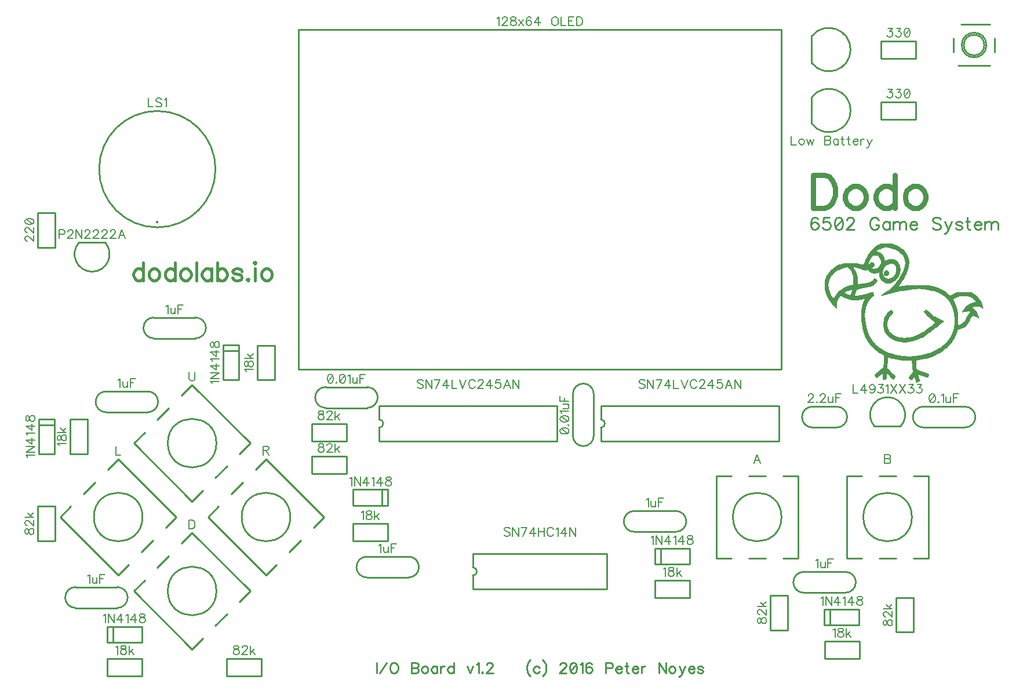
<source format=gbr>
G04 DipTrace 2.4.0.2*
%INTopSilk.gbr*%
%MOIN*%
%ADD10C,0.0098*%
%ADD12C,0.003*%
%ADD24C,0.0161*%
%ADD61C,0.0077*%
%ADD62C,0.0093*%
%ADD63C,0.0154*%
%ADD64C,0.0293*%
%ADD65C,0.0108*%
%FSLAX44Y44*%
G04*
G70*
G90*
G75*
G01*
%LNTopSilk*%
%LPD*%
X10199Y20275D2*
D10*
X7801D1*
X10199Y21475D2*
X7801D1*
G03X7801Y20275I-1J-600D01*
G01*
X10199D2*
G03X10199Y21475I1J600D01*
G01*
X3301Y5975D2*
X5699D1*
X3301Y4775D2*
X5699D1*
G03X5699Y5975I1J600D01*
G01*
X3301D2*
G03X3301Y4775I-1J-600D01*
G01*
X5051Y17225D2*
X7449D1*
X5051Y16025D2*
X7449D1*
G03X7449Y17225I1J600D01*
G01*
X5051D2*
G03X5051Y16025I-1J-600D01*
G01*
X22449Y6525D2*
X20051D1*
X22449Y7725D2*
X20051D1*
G03X20051Y6525I-1J-600D01*
G01*
X22449D2*
G03X22449Y7725I1J600D01*
G01*
X35426Y10350D2*
X37824D1*
X35426Y9150D2*
X37824D1*
G03X37824Y10350I1J600D01*
G01*
X35426D2*
G03X35426Y9150I-1J-600D01*
G01*
X45176Y6850D2*
X47574D1*
X45176Y5650D2*
X47574D1*
G03X47574Y6850I1J600D01*
G01*
X45176D2*
G03X45176Y5650I-1J-600D01*
G01*
X47074Y16350D2*
X45676D1*
X47074Y15150D2*
X45676D1*
Y16350D2*
G03X45676Y15150I-1J-600D01*
G01*
X47074D2*
G03X47074Y16350I1J600D01*
G01*
X52051D2*
X54449D1*
X52051Y15150D2*
X54449D1*
G03X54449Y16350I1J600D01*
G01*
X52051D2*
G03X52051Y15150I-1J-600D01*
G01*
X20074Y16275D2*
X17676D1*
X20074Y17475D2*
X17676D1*
G03X17676Y16275I-1J-600D01*
G01*
X20074D2*
G03X20074Y17475I1J600D01*
G01*
X33100Y17074D2*
Y14676D1*
X31900Y17074D2*
Y14676D1*
G03X33100Y14676I600J-1D01*
G01*
Y17074D2*
G03X31900Y17074I-600J1D01*
G01*
X11797Y19892D2*
X12703D1*
Y17882D1*
X11797Y19558D2*
X12703D1*
X11797Y17882D2*
X12703D1*
X11797Y19892D2*
Y17882D1*
X5108Y2797D2*
Y3703D1*
X7118D1*
X5442Y2797D2*
Y3703D1*
X7118Y2797D2*
Y3703D1*
X5108Y2797D2*
X7118D1*
X1172Y15642D2*
X2078D1*
Y13632D1*
X1172Y15308D2*
X2078D1*
X1172Y13632D2*
X2078D1*
X1172Y15642D2*
Y13632D1*
X21267Y11578D2*
Y10672D1*
X19257D1*
X20933Y11578D2*
Y10672D1*
X19257Y11578D2*
Y10672D1*
X21267Y11578D2*
X19257D1*
X36608Y7297D2*
Y8203D1*
X38618D1*
X36942Y7297D2*
Y8203D1*
X38618Y7297D2*
Y8203D1*
X36608Y7297D2*
X38618D1*
X46358Y3797D2*
Y4703D1*
X48368D1*
X46692Y3797D2*
Y4703D1*
X48368Y3797D2*
Y4703D1*
X46358Y3797D2*
X48368D1*
X45620Y36126D2*
Y37624D1*
X45622Y36123D2*
G03X45622Y37627I998J752D01*
G01*
X45625Y32626D2*
Y34124D1*
X45627Y32623D2*
G03X45627Y34127I998J752D01*
G01*
X16122Y38024D2*
X43878D1*
X16122Y18496D2*
X43878D1*
X16122Y38024D2*
Y18496D1*
X43878Y38024D2*
Y18496D1*
X4654Y30000D2*
G02X4654Y30000I3346J0D01*
G01*
D24*
X8000Y26960D3*
X5006Y25781D2*
D10*
G02X3494Y25781I-756J-666D01*
G01*
X5006D1*
X16877Y15375D2*
X18873D1*
Y14375D2*
Y15375D1*
X16877Y14375D2*
X18873D1*
X16877D2*
Y15375D1*
X13750Y17877D2*
Y19873D1*
X14750D2*
X13750D1*
X14750Y17877D2*
Y19873D1*
Y17877D2*
X13750D1*
X12002Y1875D2*
X13998D1*
Y875D2*
Y1875D1*
X12002Y875D2*
X13998D1*
X12002D2*
Y1875D1*
X7123Y875D2*
X5127D1*
Y1875D2*
Y875D1*
X7123Y1875D2*
X5127D1*
X7123D2*
Y875D1*
X2125Y10623D2*
Y8627D1*
X1125D2*
X2125D1*
X1125Y10623D2*
Y8627D1*
Y10623D2*
X2125D1*
X3000Y13627D2*
Y15623D1*
X4000D2*
X3000D1*
X4000Y13627D2*
Y15623D1*
Y13627D2*
X3000D1*
X16877Y13500D2*
X18873D1*
Y12500D2*
Y13500D1*
X16877Y12500D2*
X18873D1*
X16877D2*
Y13500D1*
X19252Y9625D2*
X21248D1*
Y8625D2*
Y9625D1*
X19252Y8625D2*
X21248D1*
X19252D2*
Y9625D1*
X44250Y5498D2*
Y3502D1*
X43250D2*
X44250D1*
X43250Y5498D2*
Y3502D1*
Y5498D2*
X44250D1*
X38623Y5375D2*
X36627D1*
Y6375D2*
Y5375D1*
X38623Y6375D2*
X36627D1*
X38623D2*
Y5375D1*
X51500Y5373D2*
Y3377D1*
X50500D2*
X51500D1*
X50500Y5373D2*
Y3377D1*
Y5373D2*
X51500D1*
X48373Y1875D2*
X46377D1*
Y2875D2*
Y1875D1*
X48373Y2875D2*
X46377D1*
X48373D2*
Y1875D1*
X51623Y32875D2*
X49627D1*
Y33875D2*
Y32875D1*
X51623Y33875D2*
X49627D1*
X51623D2*
Y32875D1*
Y36375D2*
X49627D1*
Y37375D2*
Y36375D1*
X51623Y37375D2*
X49627D1*
X51623D2*
Y36375D1*
X2125Y27498D2*
Y25502D1*
X1125D2*
X2125D1*
X1125Y27498D2*
Y25502D1*
Y27498D2*
X2125D1*
X8602Y14250D2*
G02X8602Y14250I1398J0D01*
G01*
X12729Y13637D2*
X13341Y14250D1*
X10000Y17591D1*
X9387Y16979D1*
X10613Y11521D2*
X10000Y10909D1*
X6659Y14250D1*
X7271Y14863D1*
X12004Y12914D2*
X11336Y12246D1*
X7996Y15586D2*
X8664Y16254D1*
X8602Y5750D2*
G02X8602Y5750I1398J0D01*
G01*
X12729Y5137D2*
X13341Y5750D1*
X10000Y9091D1*
X9387Y8479D1*
X10613Y3021D2*
X10000Y2409D1*
X6659Y5750D1*
X7271Y6363D1*
X12004Y4414D2*
X11336Y3746D1*
X7996Y7086D2*
X8664Y7754D1*
X4352Y10000D2*
G02X4352Y10000I1398J0D01*
G01*
X8479Y9387D2*
X9091Y10000D1*
X5750Y13341D1*
X5137Y12729D1*
X6363Y7271D2*
X5750Y6659D1*
X2409Y10000D1*
X3021Y10613D1*
X7754Y8664D2*
X7086Y7996D1*
X3746Y11336D2*
X4414Y12004D1*
X12852Y10000D2*
G02X12852Y10000I1398J0D01*
G01*
X16979Y9387D2*
X17591Y10000D1*
X14250Y13341D1*
X13637Y12729D1*
X14863Y7271D2*
X14250Y6659D1*
X10909Y10000D1*
X11521Y10613D1*
X16254Y8664D2*
X15586Y7996D1*
X12246Y11336D2*
X12914Y12004D1*
X41103Y10000D2*
G02X41103Y10000I1397J0D01*
G01*
X43996Y7638D2*
X44862D1*
Y12362D1*
X43996D1*
X41004Y7638D2*
X40138D1*
Y12362D1*
X41004D1*
X42972Y7638D2*
X42028D1*
Y12362D2*
X42972D1*
X48603Y10000D2*
G02X48603Y10000I1397J0D01*
G01*
X51496Y7638D2*
X52362D1*
Y12362D1*
X51496D1*
X48504Y7638D2*
X47638D1*
Y12362D1*
X48504D1*
X50472Y7638D2*
X49528D1*
Y12362D2*
X50472D1*
X54262Y37136D2*
G02X54262Y37136I709J0D01*
G01*
X54065Y35955D2*
X55876D1*
X56152Y36742D2*
Y37530D1*
X55876Y38317D2*
X54222D1*
X53789Y37530D2*
Y36742D1*
X54380Y37136D2*
G02X54380Y37136I590J0D01*
G01*
X26142Y7899D2*
X33858D1*
Y5851D2*
Y7899D1*
X26142Y5851D2*
X33858D1*
X26142D2*
Y6639D1*
Y7899D2*
Y7111D1*
Y6639D2*
G03X26142Y7111I0J236D01*
G01*
X20757Y16399D2*
X30993D1*
Y14351D2*
Y16399D1*
X20757Y14351D2*
X30993D1*
X20757D2*
Y15139D1*
Y16399D2*
Y15611D1*
Y15139D2*
G03X20757Y15611I-1J236D01*
G01*
X33507Y16399D2*
X43743D1*
Y14351D2*
Y16399D1*
X33507Y14351D2*
X43743D1*
X33507D2*
Y15139D1*
Y16399D2*
Y15611D1*
Y15139D2*
G03X33507Y15611I-1J236D01*
G01*
X49244Y15219D2*
G02X50756Y15219I756J666D01*
G01*
X49244D1*
X49715Y25740D2*
D12*
X50105D1*
X49621Y25710D2*
X50218D1*
X49538Y25680D2*
X50317D1*
X49465Y25650D2*
X50403D1*
X49401Y25620D2*
X50479D1*
X49347Y25590D2*
X50547D1*
X49300Y25560D2*
X50607D1*
X49258Y25530D2*
X49812D1*
X50003D2*
X50660D1*
X49222Y25500D2*
X49710D1*
X50127D2*
X50708D1*
X49193Y25470D2*
X49623D1*
X50232D2*
X50751D1*
X49167Y25440D2*
X49552D1*
X50320D2*
X50790D1*
X49141Y25410D2*
X49493D1*
X50394D2*
X50827D1*
X49113Y25380D2*
X49443D1*
X50459D2*
X50866D1*
X49084Y25350D2*
X49399D1*
X50518D2*
X50904D1*
X49055Y25320D2*
X49361D1*
X50571D2*
X50939D1*
X49026Y25290D2*
X49325D1*
X50619D2*
X50968D1*
X49000Y25260D2*
X49425D1*
X50661D2*
X50992D1*
X48977Y25230D2*
X49506D1*
X50699D2*
X51014D1*
X48956Y25200D2*
X49567D1*
X50732D2*
X51035D1*
X48935Y25170D2*
X49612D1*
X50764D2*
X51054D1*
X48916Y25140D2*
X49645D1*
X50795D2*
X51071D1*
X48899Y25110D2*
X49670D1*
X50824D2*
X51087D1*
X48883Y25080D2*
X49689D1*
X50850D2*
X51102D1*
X48868Y25050D2*
X49707D1*
X50872D2*
X51117D1*
X48852Y25020D2*
X49115D1*
X49445D2*
X49726D1*
X50890D2*
X51131D1*
X48834Y24990D2*
X49086D1*
X49474D2*
X49745D1*
X50907D2*
X51144D1*
X48814Y24960D2*
X49060D1*
X49500D2*
X49760D1*
X50922D2*
X51154D1*
X48796Y24930D2*
X49038D1*
X49522D2*
X49773D1*
X50937D2*
X51165D1*
X48779Y24900D2*
X49020D1*
X49540D2*
X49784D1*
X50951D2*
X51174D1*
X48763Y24870D2*
X49003D1*
X49556D2*
X49794D1*
X50964D2*
X51180D1*
X48748Y24840D2*
X48988D1*
X49571D2*
X49800D1*
X50974D2*
X51184D1*
X48733Y24810D2*
X48973D1*
X49583D2*
X49803D1*
X50075D2*
X50315D1*
X50985D2*
X51189D1*
X48719Y24780D2*
X48958D1*
X49594D2*
X49805D1*
X49996D2*
X50391D1*
X50994D2*
X51197D1*
X48706Y24750D2*
X48943D1*
X49605D2*
X49811D1*
X49926D2*
X50454D1*
X51000D2*
X51205D1*
X48696Y24720D2*
X48928D1*
X49614D2*
X49821D1*
X49864D2*
X50505D1*
X51003D2*
X51210D1*
X48684Y24690D2*
X48913D1*
X49619D2*
X50545D1*
X51004D2*
X51213D1*
X48671Y24660D2*
X48899D1*
X49085D2*
D3*
X49618D2*
X50576D1*
X51005D2*
X51214D1*
X48658Y24630D2*
X48888D1*
X49029D2*
X49175D1*
X49612D2*
X50600D1*
X51005D2*
X51215D1*
X47495Y24600D2*
X48215D1*
X48646D2*
X48881D1*
X48986D2*
X49193D1*
X49604D2*
X50620D1*
X51005D2*
X51214D1*
X47392Y24570D2*
X48330D1*
X48633D2*
X48879D1*
X48955D2*
X49209D1*
X49595D2*
X50046D1*
X50338D2*
X50636D1*
X51005D2*
X51210D1*
X47299Y24540D2*
X48443D1*
X48617D2*
X48882D1*
X48939D2*
X49220D1*
X49584D2*
X49991D1*
X50382D2*
X50651D1*
X51004D2*
X51203D1*
X47217Y24510D2*
X48554D1*
X48583D2*
X48891D1*
X48923D2*
X49227D1*
X49570D2*
X49943D1*
X50413D2*
X50663D1*
X51000D2*
X51195D1*
X47146Y24480D2*
X49220D1*
X49553D2*
X49903D1*
X50436D2*
X50674D1*
X50993D2*
X51190D1*
X47085Y24450D2*
X49208D1*
X49534D2*
X49869D1*
X50451D2*
X50685D1*
X50985D2*
X51187D1*
X47034Y24420D2*
X49192D1*
X49515D2*
X49837D1*
X50463D2*
X50694D1*
X50979D2*
X51185D1*
X46989Y24390D2*
X47653D1*
X47705D2*
X49152D1*
X49492D2*
X49811D1*
X50474D2*
X50700D1*
X50972D2*
X51180D1*
X46945Y24360D2*
X47526D1*
X47735D2*
X48004D1*
X48209D2*
X49094D1*
X49461D2*
X49789D1*
X50484D2*
X50703D1*
X50964D2*
X51173D1*
X46902Y24330D2*
X47419D1*
X47765D2*
X48030D1*
X48317D2*
X49025D1*
X49408D2*
X49770D1*
X50490D2*
X50704D1*
X50954D2*
X51165D1*
X46858Y24300D2*
X47330D1*
X47794D2*
X48052D1*
X48415D2*
X49104D1*
X49321D2*
X49754D1*
X50493D2*
X50705D1*
X50945D2*
X51159D1*
X46817Y24270D2*
X47252D1*
X47820D2*
X48070D1*
X48505D2*
X49207D1*
X49198D2*
X49739D1*
X50494D2*
X50705D1*
X50935D2*
X51152D1*
X46781Y24240D2*
X47183D1*
X47843D2*
X48087D1*
X48585D2*
X48755D1*
X48815D2*
X49728D1*
X50495D2*
X50705D1*
X50925D2*
X51144D1*
X46749Y24210D2*
X47125D1*
X47864D2*
X48102D1*
X48657D2*
X48755D1*
X48845D2*
X49721D1*
X50495D2*
X50705D1*
X50915D2*
X51134D1*
X46721Y24180D2*
X47074D1*
X47885D2*
X48117D1*
X48725D2*
X48755D1*
X48876D2*
X49716D1*
X49895D2*
X49925D1*
X50494D2*
X50705D1*
X50904D2*
X51125D1*
X46698Y24150D2*
X47030D1*
X47904D2*
X48132D1*
X48912D2*
X49711D1*
X49849D2*
X49978D1*
X50490D2*
X50704D1*
X50891D2*
X51114D1*
X46675Y24120D2*
X46992D1*
X47920D2*
X48147D1*
X48956D2*
X49703D1*
X49816D2*
X50017D1*
X50483D2*
X50700D1*
X50877D2*
X51101D1*
X46650Y24090D2*
X46958D1*
X47933D2*
X48161D1*
X49015D2*
X49696D1*
X49791D2*
X50043D1*
X50474D2*
X50693D1*
X50862D2*
X51088D1*
X46624Y24060D2*
X46926D1*
X47944D2*
X48174D1*
X49090D2*
X49385D1*
X49505D2*
X49695D1*
X49783D2*
X50062D1*
X50465D2*
X50685D1*
X50847D2*
X51076D1*
X46599Y24030D2*
X46895D1*
X47955D2*
X48184D1*
X49175D2*
X49265D1*
X49505D2*
X49699D1*
X49778D2*
X50067D1*
X50455D2*
X50679D1*
X50832D2*
X51066D1*
X46577Y24000D2*
X46865D1*
X47965D2*
X48195D1*
X49505D2*
X49706D1*
X49778D2*
X50069D1*
X50445D2*
X50672D1*
X50817D2*
X51054D1*
X46556Y23970D2*
X46835D1*
X47975D2*
X48204D1*
X49505D2*
X49712D1*
X49782D2*
X50056D1*
X50434D2*
X50662D1*
X50801D2*
X51041D1*
X46535Y23940D2*
X46805D1*
X47985D2*
X48211D1*
X49505D2*
X49718D1*
X49794D2*
X50036D1*
X50419D2*
X50650D1*
X50784D2*
X51027D1*
X46516Y23910D2*
X46776D1*
X47995D2*
X48218D1*
X49506D2*
X49728D1*
X49813D2*
X50012D1*
X50398D2*
X50637D1*
X50765D2*
X51012D1*
X46499Y23880D2*
X46750D1*
X48005D2*
X48226D1*
X49510D2*
X49741D1*
X49835D2*
X49985D1*
X50372D2*
X50622D1*
X50750D2*
X50997D1*
X46483Y23850D2*
X46728D1*
X48015D2*
X48235D1*
X49518D2*
X49758D1*
X50343D2*
X50607D1*
X50736D2*
X50982D1*
X46468Y23820D2*
X46710D1*
X48024D2*
X48240D1*
X49530D2*
X49781D1*
X50309D2*
X50591D1*
X50721D2*
X50968D1*
X46453Y23790D2*
X46693D1*
X48030D2*
X48243D1*
X49543D2*
X49810D1*
X50271D2*
X50572D1*
X50703D2*
X50952D1*
X46439Y23760D2*
X46678D1*
X48033D2*
X48244D1*
X49558D2*
X49850D1*
X50221D2*
X50549D1*
X50684D2*
X50937D1*
X46427Y23730D2*
X46663D1*
X48034D2*
X48245D1*
X49205D2*
X49235D1*
X49573D2*
X49919D1*
X50146D2*
X50523D1*
X50665D2*
X50921D1*
X46420Y23700D2*
X46649D1*
X48035D2*
X48245D1*
X49193D2*
X49292D1*
X49589D2*
X50030D1*
X50032D2*
X50495D1*
X50645D2*
X50904D1*
X46412Y23670D2*
X46636D1*
X48035D2*
X48245D1*
X49180D2*
X49341D1*
X49608D2*
X50468D1*
X50625D2*
X50884D1*
X46404Y23640D2*
X46626D1*
X48035D2*
X48245D1*
X49162D2*
X49380D1*
X49632D2*
X50441D1*
X50604D2*
X50865D1*
X46395Y23610D2*
X46615D1*
X48035D2*
X48245D1*
X49139D2*
X49395D1*
X49663D2*
X50407D1*
X50580D2*
X50844D1*
X46390Y23580D2*
X46606D1*
X48035D2*
X48245D1*
X49111D2*
X49379D1*
X49700D2*
X50365D1*
X50554D2*
X50821D1*
X46387Y23550D2*
X46600D1*
X48035D2*
X48245D1*
X49076D2*
X49362D1*
X49743D2*
X50315D1*
X50529D2*
X50798D1*
X46386Y23520D2*
X46596D1*
X48035D2*
X48245D1*
X49026D2*
X49343D1*
X49795D2*
X50254D1*
X50507D2*
X50777D1*
X46385Y23490D2*
X46591D1*
X48035D2*
X48245D1*
X48943D2*
X49319D1*
X49857D2*
X50182D1*
X50486D2*
X50760D1*
X46385Y23460D2*
X46583D1*
X48035D2*
X48245D1*
X48806D2*
X49293D1*
X49925D2*
X50105D1*
X50465D2*
X50742D1*
X46385Y23430D2*
X46575D1*
X48032D2*
X48245D1*
X48592D2*
X49264D1*
X50445D2*
X50723D1*
X46385Y23400D2*
X46570D1*
X48025D2*
X48245D1*
X48303D2*
X49235D1*
X50424D2*
X50700D1*
X46385Y23370D2*
X46567D1*
X47992D2*
X49203D1*
X50400D2*
X50678D1*
X46385Y23340D2*
X46566D1*
X47913D2*
X49167D1*
X50373D2*
X50656D1*
X51365D2*
X52145D1*
X46385Y23310D2*
X46566D1*
X47820D2*
X49117D1*
X50344D2*
X50635D1*
X51134D2*
X52334D1*
X46385Y23280D2*
X46570D1*
X47725D2*
X49041D1*
X50315D2*
X50611D1*
X50902D2*
X52500D1*
X46385Y23250D2*
X46577D1*
X47640D2*
X48925D1*
X50285D2*
X50585D1*
X50658D2*
X52637D1*
X46385Y23220D2*
X46585D1*
X47566D2*
X48761D1*
X50255D2*
X52749D1*
X46385Y23190D2*
X46590D1*
X47501D2*
X48574D1*
X50225D2*
X52843D1*
X46385Y23160D2*
X46594D1*
X47443D2*
X48410D1*
X50195D2*
X52926D1*
X46386Y23130D2*
X46599D1*
X47393D2*
X48299D1*
X50164D2*
X51695D1*
X51875D2*
X53000D1*
X46390Y23100D2*
X46607D1*
X47349D2*
X47922D1*
X47970D2*
X48224D1*
X50130D2*
X51252D1*
X52253D2*
X53067D1*
X46397Y23070D2*
X46616D1*
X47306D2*
X47820D1*
X47963D2*
X48202D1*
X50092D2*
X51060D1*
X52407D2*
X53126D1*
X46405Y23040D2*
X46625D1*
X47266D2*
X47732D1*
X47955D2*
X48188D1*
X50050D2*
X50883D1*
X52541D2*
X53177D1*
X46411Y23010D2*
X46635D1*
X47230D2*
X47658D1*
X47949D2*
X48176D1*
X50005D2*
X50723D1*
X52655D2*
X53222D1*
X46418Y22980D2*
X46645D1*
X47197D2*
X47597D1*
X47942D2*
X48165D1*
X49957D2*
X50577D1*
X52751D2*
X53269D1*
X46426Y22950D2*
X46655D1*
X47166D2*
X47551D1*
X47932D2*
X48155D1*
X49906D2*
X50441D1*
X52834D2*
X53316D1*
X46436Y22920D2*
X46665D1*
X47135D2*
X47519D1*
X47920D2*
X48145D1*
X49055D2*
X49145D1*
X49857D2*
X50312D1*
X52910D2*
X53359D1*
X53975D2*
X54785D1*
X46445Y22890D2*
X46675D1*
X47105D2*
X47495D1*
X47908D2*
X48135D1*
X48959D2*
X49155D1*
X49811D2*
X50189D1*
X52977D2*
X53398D1*
X53901D2*
X54844D1*
X46456Y22860D2*
X46685D1*
X47076D2*
X47556D1*
X47896D2*
X48125D1*
X48857D2*
X49165D1*
X49766D2*
X50070D1*
X53037D2*
X53432D1*
X53834D2*
X54900D1*
X46469Y22830D2*
X46696D1*
X47050D2*
X47624D1*
X47882D2*
X48114D1*
X48744D2*
X49175D1*
X49721D2*
X49952D1*
X53090D2*
X53464D1*
X53773D2*
X54952D1*
X46483Y22800D2*
X46709D1*
X47028D2*
X47705D1*
X47863D2*
X48100D1*
X48614D2*
X49184D1*
X49674D2*
X49834D1*
X53138D2*
X53496D1*
X53717D2*
X54999D1*
X46498Y22770D2*
X46723D1*
X47010D2*
X47805D1*
X47818D2*
X48084D1*
X48442D2*
X49191D1*
X49625D2*
X49715D1*
X53181D2*
X53531D1*
X53660D2*
X55041D1*
X46512Y22740D2*
X46739D1*
X46993D2*
X48065D1*
X48212D2*
X49182D1*
X53220D2*
X53571D1*
X53595D2*
X55078D1*
X46524Y22710D2*
X46757D1*
X46978D2*
X47256D1*
X47345D2*
X49154D1*
X53257D2*
X54168D1*
X54587D2*
X55107D1*
X46535Y22680D2*
X46776D1*
X46962D2*
X47230D1*
X47405D2*
X49121D1*
X53296D2*
X54048D1*
X54699D2*
X55132D1*
X46550Y22650D2*
X46798D1*
X46946D2*
X47207D1*
X47466D2*
X49087D1*
X53334D2*
X53951D1*
X54784D2*
X55155D1*
X46567Y22620D2*
X46828D1*
X46926D2*
X47186D1*
X47533D2*
X49053D1*
X53370D2*
X53877D1*
X54846D2*
X55180D1*
X46585Y22590D2*
X46872D1*
X46898D2*
X47165D1*
X47611D2*
X49018D1*
X53403D2*
X53821D1*
X54893D2*
X55207D1*
X46601Y22560D2*
X47146D1*
X47708D2*
X48599D1*
X48690D2*
X48988D1*
X53433D2*
X53777D1*
X54930D2*
X55235D1*
X46618Y22530D2*
X47129D1*
X47822D2*
X48439D1*
X48682D2*
X48960D1*
X53460D2*
X53757D1*
X54963D2*
X55260D1*
X46636Y22500D2*
X47113D1*
X47945D2*
X48275D1*
X48670D2*
X48933D1*
X53483D2*
X53757D1*
X54994D2*
X55283D1*
X46656Y22470D2*
X47099D1*
X48657D2*
X48909D1*
X53504D2*
X53771D1*
X55025D2*
X55304D1*
X46674Y22440D2*
X47087D1*
X48642D2*
X48888D1*
X53525D2*
X53786D1*
X55055D2*
X55325D1*
X46691Y22410D2*
X47076D1*
X48627D2*
X48870D1*
X53544D2*
X53802D1*
X55085D2*
X55344D1*
X46708Y22380D2*
X47065D1*
X48613D2*
X48853D1*
X53561D2*
X53817D1*
X55115D2*
X55361D1*
X46727Y22350D2*
X47056D1*
X48599D2*
X48838D1*
X53578D2*
X53831D1*
X54992D2*
X55377D1*
X46750Y22320D2*
X47050D1*
X48586D2*
X48823D1*
X53596D2*
X53844D1*
X54884D2*
X55391D1*
X46774Y22290D2*
X47047D1*
X48576D2*
X48809D1*
X53616D2*
X53854D1*
X54794D2*
X55402D1*
X46799Y22260D2*
X47046D1*
X48565D2*
X48796D1*
X53634D2*
X53866D1*
X54719D2*
X55409D1*
X46828Y22230D2*
X47045D1*
X48556D2*
X48786D1*
X53651D2*
X53879D1*
X54660D2*
X55414D1*
X46860Y22200D2*
X47045D1*
X48550D2*
X48775D1*
X53667D2*
X53892D1*
X54612D2*
X55419D1*
X46892Y22170D2*
X47045D1*
X48546D2*
X48765D1*
X53681D2*
X53904D1*
X54569D2*
X55427D1*
X46923Y22140D2*
X47045D1*
X48541D2*
X48755D1*
X53693D2*
X53914D1*
X54532D2*
X55435D1*
X46949Y22110D2*
X47045D1*
X48533D2*
X48745D1*
X53704D2*
X53925D1*
X54503D2*
X54946D1*
X55290D2*
X55441D1*
X46972Y22080D2*
X47045D1*
X48525D2*
X48736D1*
X53715D2*
X53935D1*
X54477D2*
X54877D1*
X55343D2*
X55449D1*
X46994Y22050D2*
X47045D1*
X48520D2*
X48729D1*
X53725D2*
X53945D1*
X54452D2*
X54815D1*
X55394D2*
X55460D1*
X47015Y22020D2*
X47045D1*
X48516D2*
X48722D1*
X53735D2*
X53955D1*
X54428D2*
X54873D1*
X55445D2*
X55475D1*
X48511Y21990D2*
X48714D1*
X53745D2*
X53964D1*
X54406D2*
X54921D1*
X48503Y21960D2*
X48705D1*
X53755D2*
X53971D1*
X54385D2*
X54962D1*
X48495Y21930D2*
X48700D1*
X52205D2*
X52235D1*
X53765D2*
X53978D1*
X54360D2*
X55000D1*
X48490Y21900D2*
X48697D1*
X50165D2*
X50225D1*
X52161D2*
X52265D1*
X53775D2*
X53986D1*
X54334D2*
X55032D1*
X48487Y21870D2*
X48696D1*
X50121D2*
X50244D1*
X52123D2*
X52295D1*
X53784D2*
X53995D1*
X54310D2*
X55059D1*
X48486Y21840D2*
X48694D1*
X50083D2*
X50261D1*
X52088D2*
X52325D1*
X53790D2*
X54000D1*
X54293D2*
X54515D1*
X54755D2*
X55082D1*
X48485Y21810D2*
X48690D1*
X50048D2*
X50276D1*
X52055D2*
X52355D1*
X53794D2*
X54003D1*
X54282D2*
X54395D1*
X54815D2*
X55099D1*
X48485Y21780D2*
X48683D1*
X50017D2*
X50289D1*
X52085D2*
X52385D1*
X53799D2*
X54005D1*
X54275D2*
D3*
X54771D2*
X55112D1*
X48485Y21750D2*
X48675D1*
X49990D2*
X50296D1*
X52115D2*
X52415D1*
X53807D2*
X54010D1*
X54733D2*
X55124D1*
X48485Y21720D2*
X48670D1*
X49967D2*
X50283D1*
X52145D2*
X52445D1*
X53815D2*
X54017D1*
X54698D2*
X55135D1*
X48485Y21690D2*
X48667D1*
X49946D2*
X50255D1*
X52175D2*
X52475D1*
X53820D2*
X54025D1*
X54667D2*
X55145D1*
X48485Y21660D2*
X48666D1*
X49925D2*
X50226D1*
X52205D2*
X52506D1*
X53823D2*
X54030D1*
X54640D2*
X55156D1*
X48485Y21630D2*
X48665D1*
X49905D2*
X50196D1*
X52235D2*
X52540D1*
X53824D2*
X54033D1*
X54617D2*
X55169D1*
X48485Y21600D2*
X48665D1*
X49885D2*
X50165D1*
X52265D2*
X52578D1*
X53826D2*
X54034D1*
X54596D2*
X55182D1*
X48485Y21570D2*
X48665D1*
X49865D2*
X50136D1*
X52295D2*
X52621D1*
X53830D2*
X54035D1*
X54575D2*
X54846D1*
X55019D2*
X55194D1*
X48485Y21540D2*
X48665D1*
X49846D2*
X50110D1*
X52325D2*
X52669D1*
X53837D2*
X54035D1*
X54556D2*
X54820D1*
X55068D2*
X55204D1*
X48485Y21510D2*
X48666D1*
X49830D2*
X50088D1*
X52355D2*
X52721D1*
X53845D2*
X54035D1*
X54540D2*
X54798D1*
X55113D2*
X55215D1*
X48485Y21480D2*
X48670D1*
X49818D2*
X50070D1*
X52385D2*
X52778D1*
X53850D2*
X54035D1*
X54527D2*
X54780D1*
X55158D2*
X55225D1*
X48485Y21450D2*
X48677D1*
X49810D2*
X50053D1*
X52416D2*
X52836D1*
X53853D2*
X54035D1*
X54516D2*
X54763D1*
X55205D2*
X55235D1*
X48485Y21420D2*
X48685D1*
X49803D2*
X50038D1*
X52450D2*
X52897D1*
X53854D2*
X54035D1*
X54505D2*
X54748D1*
X48485Y21390D2*
X48690D1*
X49794D2*
X50023D1*
X52488D2*
X52960D1*
X53855D2*
X54035D1*
X54495D2*
X54733D1*
X48485Y21360D2*
X48693D1*
X49785D2*
X50009D1*
X52530D2*
X53027D1*
X53855D2*
X54035D1*
X54484D2*
X54719D1*
X48485Y21330D2*
X48694D1*
X49780D2*
X49996D1*
X52574D2*
X53095D1*
X53855D2*
X54035D1*
X54469D2*
X54706D1*
X48486Y21300D2*
X48695D1*
X49777D2*
X49986D1*
X52619D2*
X53161D1*
X53855D2*
X54035D1*
X54448D2*
X54695D1*
X48490Y21270D2*
X48696D1*
X49775D2*
X49975D1*
X52668D2*
X53225D1*
X53855D2*
X54035D1*
X54422D2*
X54680D1*
X48497Y21240D2*
X48700D1*
X49770D2*
X49966D1*
X52720D2*
X53185D1*
X53855D2*
X54035D1*
X54394D2*
X54663D1*
X48505Y21210D2*
X48707D1*
X49763D2*
X49960D1*
X52775D2*
X53145D1*
X53855D2*
X54035D1*
X54364D2*
X54644D1*
X48510Y21180D2*
X48715D1*
X49755D2*
X49957D1*
X52735D2*
X53105D1*
X53855D2*
X54035D1*
X54334D2*
X54625D1*
X48513Y21150D2*
X48720D1*
X49750D2*
X49956D1*
X52696D2*
X53065D1*
X53855D2*
X54035D1*
X54300D2*
X54605D1*
X48515Y21120D2*
X48723D1*
X49747D2*
X49955D1*
X52660D2*
X53026D1*
X53854D2*
X54035D1*
X54260D2*
X54585D1*
X48520Y21090D2*
X48725D1*
X49746D2*
X49955D1*
X52626D2*
X52989D1*
X53850D2*
X54036D1*
X54211D2*
X54564D1*
X48527Y21060D2*
X48730D1*
X49746D2*
X49955D1*
X52591D2*
X52952D1*
X53843D2*
X54041D1*
X54147D2*
X54540D1*
X48535Y21030D2*
X48737D1*
X49750D2*
X49955D1*
X52553D2*
X52914D1*
X53835D2*
X54051D1*
X54066D2*
X54512D1*
X48540Y21000D2*
X48745D1*
X49757D2*
X49956D1*
X52514D2*
X52875D1*
X53830D2*
X54479D1*
X48543Y20970D2*
X48750D1*
X49765D2*
X49960D1*
X52475D2*
X52839D1*
X53827D2*
X54442D1*
X48544Y20940D2*
X48754D1*
X49770D2*
X49967D1*
X52434D2*
X52802D1*
X53825D2*
X54403D1*
X48546Y20910D2*
X48759D1*
X49773D2*
X49976D1*
X52391D2*
X52763D1*
X53820D2*
X54358D1*
X48550Y20880D2*
X48767D1*
X49775D2*
X49985D1*
X52348D2*
X52720D1*
X53813D2*
X54301D1*
X48557Y20850D2*
X48776D1*
X49780D2*
X49996D1*
X52307D2*
X52678D1*
X53805D2*
X54224D1*
X48565Y20820D2*
X48785D1*
X49787D2*
X50009D1*
X52271D2*
X52637D1*
X53799D2*
X54122D1*
X48571Y20790D2*
X48795D1*
X49795D2*
X50023D1*
X52236D2*
X52600D1*
X53792D2*
X54005D1*
X48578Y20760D2*
X48804D1*
X49801D2*
X50038D1*
X52201D2*
X52562D1*
X53784D2*
X53995D1*
X48586Y20730D2*
X48811D1*
X49808D2*
X50053D1*
X52162D2*
X52524D1*
X53774D2*
X53986D1*
X48596Y20700D2*
X48818D1*
X49818D2*
X50069D1*
X52120D2*
X52484D1*
X53765D2*
X53979D1*
X48605Y20670D2*
X48827D1*
X49830D2*
X50088D1*
X52076D2*
X52445D1*
X53755D2*
X53972D1*
X48615Y20640D2*
X48840D1*
X49843D2*
X50111D1*
X52031D2*
X52405D1*
X53745D2*
X53964D1*
X48625Y20610D2*
X48852D1*
X49859D2*
X50138D1*
X51982D2*
X52366D1*
X53734D2*
X53954D1*
X48635Y20580D2*
X48864D1*
X49878D2*
X50167D1*
X51929D2*
X52329D1*
X53720D2*
X53945D1*
X48645Y20550D2*
X48874D1*
X49901D2*
X50200D1*
X51872D2*
X52292D1*
X53704D2*
X53934D1*
X48655Y20520D2*
X48886D1*
X49927D2*
X50239D1*
X51813D2*
X52253D1*
X53689D2*
X53921D1*
X48665Y20490D2*
X48899D1*
X49956D2*
X50281D1*
X51748D2*
X52210D1*
X53676D2*
X53907D1*
X48676Y20460D2*
X48913D1*
X49985D2*
X50330D1*
X51676D2*
X52167D1*
X53661D2*
X53892D1*
X48689Y20430D2*
X48928D1*
X50015D2*
X50388D1*
X51596D2*
X52121D1*
X53643D2*
X53878D1*
X48703Y20400D2*
X48943D1*
X50045D2*
X50459D1*
X51508D2*
X52072D1*
X53625D2*
X53866D1*
X48718Y20370D2*
X48958D1*
X50075D2*
X50547D1*
X51405D2*
X52019D1*
X53609D2*
X53856D1*
X48733Y20340D2*
X48973D1*
X50106D2*
X50656D1*
X51279D2*
X51962D1*
X53593D2*
X53844D1*
X48748Y20310D2*
X48989D1*
X50141D2*
X50781D1*
X51132D2*
X51903D1*
X53578D2*
X53830D1*
X48763Y20280D2*
X49007D1*
X50185D2*
X51838D1*
X53561D2*
X53813D1*
X48779Y20250D2*
X49030D1*
X50238D2*
X51766D1*
X53542D2*
X53794D1*
X48796Y20220D2*
X49052D1*
X50302D2*
X51685D1*
X53519D2*
X53775D1*
X48816Y20190D2*
X49074D1*
X50374D2*
X51595D1*
X53493D2*
X53755D1*
X48834Y20160D2*
X49095D1*
X50463D2*
X51489D1*
X53465D2*
X53735D1*
X48851Y20130D2*
X49119D1*
X50585D2*
X51357D1*
X53440D2*
X53715D1*
X48868Y20100D2*
X49142D1*
X50752D2*
X51191D1*
X53417D2*
X53694D1*
X48886Y20070D2*
X49164D1*
X50945D2*
X51005D1*
X53395D2*
X53671D1*
X48906Y20040D2*
X49185D1*
X53370D2*
X53648D1*
X48925Y20010D2*
X49210D1*
X53343D2*
X53626D1*
X48946Y19980D2*
X49237D1*
X53313D2*
X53605D1*
X48970Y19950D2*
X49266D1*
X53280D2*
X53580D1*
X48997Y19920D2*
X49296D1*
X53243D2*
X53553D1*
X49026Y19890D2*
X49330D1*
X53204D2*
X53524D1*
X49055Y19860D2*
X49367D1*
X53165D2*
X53495D1*
X49085Y19830D2*
X49405D1*
X53125D2*
X53465D1*
X49115Y19800D2*
X49440D1*
X53085D2*
X53435D1*
X49145Y19770D2*
X49474D1*
X53045D2*
X53404D1*
X49175Y19740D2*
X49509D1*
X53004D2*
X53370D1*
X49205Y19710D2*
X49548D1*
X52960D2*
X53333D1*
X49235Y19680D2*
X49591D1*
X52913D2*
X53295D1*
X49266Y19650D2*
X49637D1*
X52864D2*
X53259D1*
X49300Y19620D2*
X49687D1*
X52813D2*
X53222D1*
X49338Y19590D2*
X49740D1*
X52759D2*
X53182D1*
X49380Y19560D2*
X49798D1*
X52696D2*
X53139D1*
X49423Y19530D2*
X49861D1*
X52628D2*
X53092D1*
X49468Y19500D2*
X49927D1*
X52556D2*
X53040D1*
X49513Y19470D2*
X49997D1*
X52481D2*
X52987D1*
X49559Y19440D2*
X50071D1*
X52402D2*
X52936D1*
X49607Y19410D2*
X50150D1*
X52318D2*
X52885D1*
X49659Y19380D2*
X50238D1*
X52225D2*
X52830D1*
X49710Y19350D2*
X50339D1*
X52118D2*
X52773D1*
X49751Y19320D2*
X50463D1*
X51985D2*
X52713D1*
X49783Y19290D2*
X50635D1*
X51806D2*
X52649D1*
X49795Y19260D2*
X50891D1*
X51544D2*
X52580D1*
X49800Y19230D2*
X51250D1*
X51182D2*
X52504D1*
X49802Y19200D2*
X49985D1*
X50046D2*
X52418D1*
X49799Y19170D2*
X49985D1*
X50141D2*
X52322D1*
X49793Y19140D2*
X49985D1*
X50245D2*
X52216D1*
X49785Y19110D2*
X49985D1*
X50362D2*
X52094D1*
X49780Y19080D2*
X49985D1*
X50499D2*
X51949D1*
X49777Y19050D2*
X49985D1*
X50656D2*
X51783D1*
X49776Y19020D2*
X49985D1*
X50825D2*
X51605D1*
X49775Y18990D2*
X49985D1*
X51395D2*
X51605D1*
X49775Y18960D2*
X49985D1*
X51395D2*
X51605D1*
X49775Y18930D2*
X49984D1*
X51395D2*
X51605D1*
X49775Y18900D2*
X49980D1*
X51396D2*
X51606D1*
X49775Y18870D2*
X49973D1*
X51400D2*
X51610D1*
X49775Y18840D2*
X49965D1*
X51407D2*
X51617D1*
X49775Y18810D2*
X49960D1*
X51415D2*
X51625D1*
X49774Y18780D2*
X49957D1*
X51420D2*
X51630D1*
X49770Y18750D2*
X49956D1*
X51423D2*
X51633D1*
X49763Y18720D2*
X49955D1*
X51424D2*
X51634D1*
X49755Y18690D2*
X49955D1*
X51425D2*
X51635D1*
X49749Y18660D2*
X49955D1*
X51425D2*
X51635D1*
X49741Y18630D2*
X49955D1*
X51425D2*
X51635D1*
X49729Y18600D2*
X49957D1*
X51425D2*
X51635D1*
X49703Y18570D2*
X49963D1*
X51425D2*
X51635D1*
X49670Y18540D2*
X49985D1*
X51425D2*
X51635D1*
X49633Y18510D2*
X50013D1*
X51426D2*
X51637D1*
X49594Y18480D2*
X50043D1*
X51430D2*
X51651D1*
X49555Y18450D2*
X50074D1*
X51437D2*
X51707D1*
X49516Y18420D2*
X50105D1*
X51444D2*
X51787D1*
X49479Y18390D2*
X50135D1*
X51445D2*
X51884D1*
X49442Y18360D2*
X50165D1*
X51439D2*
X51988D1*
X49404Y18330D2*
X50195D1*
X51428D2*
X52093D1*
X49365Y18300D2*
X50226D1*
X51412D2*
X52190D1*
X49330Y18270D2*
X50260D1*
X51394D2*
X52266D1*
X49299Y18240D2*
X49650D1*
X49715D2*
X49925D1*
X49985D2*
X50297D1*
X51375D2*
X52321D1*
X49273Y18210D2*
X49613D1*
X49715D2*
X49925D1*
X50015D2*
X50335D1*
X51354D2*
X52341D1*
X49255Y18180D2*
X49575D1*
X49715D2*
X49925D1*
X50045D2*
X50369D1*
X51330D2*
X52347D1*
X49257Y18150D2*
X49539D1*
X49715D2*
X49925D1*
X50075D2*
X50396D1*
X51303D2*
X51719D1*
X51911D2*
X52341D1*
X49276Y18120D2*
X49502D1*
X49715D2*
X49925D1*
X50105D2*
X50418D1*
X51275D2*
X51738D1*
X52013D2*
X52334D1*
X49299Y18090D2*
X49463D1*
X49715D2*
X49924D1*
X50135D2*
X50424D1*
X51251D2*
X51752D1*
X52123D2*
X52329D1*
X49327Y18060D2*
X49424D1*
X49715D2*
X49920D1*
X50165D2*
X50417D1*
X51231D2*
X51764D1*
X52235D2*
X52325D1*
X49355Y18030D2*
X49385D1*
X49715D2*
X49913D1*
X50196D2*
X50396D1*
X51225D2*
X51485D1*
X51539D2*
X51775D1*
X49715Y18000D2*
X49905D1*
X50231D2*
X50371D1*
X51233D2*
X51456D1*
X51558D2*
X51785D1*
X49715Y17970D2*
X49900D1*
X50271D2*
X50344D1*
X51259D2*
X51430D1*
X51572D2*
X51795D1*
X49715Y17940D2*
X49897D1*
X50315D2*
D3*
X51291D2*
X51407D1*
X51584D2*
X51805D1*
X49715Y17910D2*
X49895D1*
X51328D2*
X51386D1*
X51595D2*
X51816D1*
X51365Y17880D2*
D3*
X51605D2*
X51829D1*
X51615Y17850D2*
X51845D1*
X51624Y17820D2*
X51788D1*
X51630Y17790D2*
X51728D1*
X51635Y17760D2*
X51665D1*
X49715Y25740D2*
X49621Y25710D1*
X49538Y25680D1*
X49465Y25650D1*
X49401Y25620D1*
X49347Y25590D1*
X49300Y25560D1*
X49258Y25530D1*
X49222Y25500D1*
X49193Y25470D1*
X49167Y25440D1*
X49141Y25410D1*
X49113Y25380D1*
X49084Y25350D1*
X49055Y25320D1*
X49026Y25290D1*
X49000Y25260D1*
X48977Y25230D1*
X48956Y25200D1*
X48935Y25170D1*
X48916Y25140D1*
X48899Y25110D1*
X48883Y25080D1*
X48868Y25050D1*
X48852Y25020D1*
X48834Y24990D1*
X48814Y24960D1*
X48796Y24930D1*
X48779Y24900D1*
X48763Y24870D1*
X48748Y24840D1*
X48733Y24810D1*
X48719Y24780D1*
X48706Y24750D1*
X48696Y24720D1*
X48684Y24690D1*
X48671Y24660D1*
X48658Y24630D1*
X48646Y24600D1*
X48633Y24570D1*
X48617Y24540D1*
X48583Y24510D1*
X48545Y24480D1*
X50105Y25740D2*
X50218Y25710D1*
X50317Y25680D1*
X50403Y25650D1*
X50479Y25620D1*
X50547Y25590D1*
X50607Y25560D1*
X50660Y25530D1*
X50708Y25500D1*
X50751Y25470D1*
X50790Y25440D1*
X50827Y25410D1*
X50866Y25380D1*
X50904Y25350D1*
X50939Y25320D1*
X50968Y25290D1*
X50992Y25260D1*
X51014Y25230D1*
X51035Y25200D1*
X51054Y25170D1*
X51071Y25140D1*
X51087Y25110D1*
X51102Y25080D1*
X51117Y25050D1*
X51131Y25020D1*
X51144Y24990D1*
X51154Y24960D1*
X51165Y24930D1*
X51174Y24900D1*
X51180Y24870D1*
X51184Y24840D1*
X51189Y24810D1*
X51197Y24780D1*
X51205Y24750D1*
X51210Y24720D1*
X51213Y24690D1*
X51214Y24660D1*
X51215Y24630D1*
X51214Y24600D1*
X51210Y24570D1*
X51203Y24540D1*
X51195Y24510D1*
X51190Y24480D1*
X51187Y24450D1*
X51185Y24420D1*
X51180Y24390D1*
X51173Y24360D1*
X51165Y24330D1*
X51159Y24300D1*
X51152Y24270D1*
X51144Y24240D1*
X51134Y24210D1*
X51125Y24180D1*
X51114Y24150D1*
X51101Y24120D1*
X51088Y24090D1*
X51076Y24060D1*
X51066Y24030D1*
X51054Y24000D1*
X51041Y23970D1*
X51027Y23940D1*
X51012Y23910D1*
X50997Y23880D1*
X50982Y23850D1*
X50968Y23820D1*
X50952Y23790D1*
X50937Y23760D1*
X50921Y23730D1*
X50904Y23700D1*
X50884Y23670D1*
X50865Y23640D1*
X50844Y23610D1*
X50821Y23580D1*
X50798Y23550D1*
X50777Y23520D1*
X50760Y23490D1*
X50742Y23460D1*
X50723Y23430D1*
X50700Y23400D1*
X50678Y23370D1*
X50656Y23340D1*
X50635Y23310D1*
X50611Y23280D1*
X50585Y23250D1*
X50645Y23220D1*
X49925Y25560D2*
X49812Y25530D1*
X49710Y25500D1*
X49623Y25470D1*
X49552Y25440D1*
X49493Y25410D1*
X49443Y25380D1*
X49399Y25350D1*
X49361Y25320D1*
X49325Y25290D1*
X49425Y25260D1*
X49506Y25230D1*
X49567Y25200D1*
X49612Y25170D1*
X49645Y25140D1*
X49670Y25110D1*
X49689Y25080D1*
X49707Y25050D1*
X49726Y25020D1*
X49745Y24990D1*
X49760Y24960D1*
X49773Y24930D1*
X49784Y24900D1*
X49794Y24870D1*
X49800Y24840D1*
X49803Y24810D1*
X49805Y24780D1*
X49811Y24750D1*
X49821Y24720D1*
X49835Y24690D1*
X49865Y25560D2*
X50003Y25530D1*
X50127Y25500D1*
X50232Y25470D1*
X50320Y25440D1*
X50394Y25410D1*
X50459Y25380D1*
X50518Y25350D1*
X50571Y25320D1*
X50619Y25290D1*
X50661Y25260D1*
X50699Y25230D1*
X50732Y25200D1*
X50764Y25170D1*
X50795Y25140D1*
X50824Y25110D1*
X50850Y25080D1*
X50872Y25050D1*
X50890Y25020D1*
X50907Y24990D1*
X50922Y24960D1*
X50937Y24930D1*
X50951Y24900D1*
X50964Y24870D1*
X50974Y24840D1*
X50985Y24810D1*
X50994Y24780D1*
X51000Y24750D1*
X51003Y24720D1*
X51004Y24690D1*
X51005Y24660D1*
Y24630D1*
Y24600D1*
Y24570D1*
X51004Y24540D1*
X51000Y24510D1*
X50993Y24480D1*
X50985Y24450D1*
X50979Y24420D1*
X50972Y24390D1*
X50964Y24360D1*
X50954Y24330D1*
X50945Y24300D1*
X50935Y24270D1*
X50925Y24240D1*
X50915Y24210D1*
X50904Y24180D1*
X50891Y24150D1*
X50877Y24120D1*
X50862Y24090D1*
X50847Y24060D1*
X50832Y24030D1*
X50817Y24000D1*
X50801Y23970D1*
X50784Y23940D1*
X50765Y23910D1*
X50750Y23880D1*
X50736Y23850D1*
X50721Y23820D1*
X50703Y23790D1*
X50684Y23760D1*
X50665Y23730D1*
X50645Y23700D1*
X50625Y23670D1*
X50604Y23640D1*
X50580Y23610D1*
X50554Y23580D1*
X50529Y23550D1*
X50507Y23520D1*
X50486Y23490D1*
X50465Y23460D1*
X50445Y23430D1*
X50424Y23400D1*
X50400Y23370D1*
X50373Y23340D1*
X50344Y23310D1*
X50315Y23280D1*
X50285Y23250D1*
X50255Y23220D1*
X50225Y23190D1*
X50195Y23160D1*
X50164Y23130D1*
X50130Y23100D1*
X50092Y23070D1*
X50050Y23040D1*
X50005Y23010D1*
X49957Y22980D1*
X49906Y22950D1*
X49857Y22920D1*
X49811Y22890D1*
X49766Y22860D1*
X49721Y22830D1*
X49674Y22800D1*
X49625Y22770D1*
X49145Y25050D2*
X49115Y25020D1*
X49086Y24990D1*
X49060Y24960D1*
X49038Y24930D1*
X49020Y24900D1*
X49003Y24870D1*
X48988Y24840D1*
X48973Y24810D1*
X48958Y24780D1*
X48943Y24750D1*
X48928Y24720D1*
X48913Y24690D1*
X48899Y24660D1*
X48888Y24630D1*
X48881Y24600D1*
X48879Y24570D1*
X48882Y24540D1*
X48891Y24510D1*
X48905Y24480D1*
X49415Y25050D2*
X49445Y25020D1*
X49474Y24990D1*
X49500Y24960D1*
X49522Y24930D1*
X49540Y24900D1*
X49556Y24870D1*
X49571Y24840D1*
X49583Y24810D1*
X49594Y24780D1*
X49605Y24750D1*
X49614Y24720D1*
X49619Y24690D1*
X49618Y24660D1*
X49612Y24630D1*
X49604Y24600D1*
X49595Y24570D1*
X49584Y24540D1*
X49570Y24510D1*
X49553Y24480D1*
X49534Y24450D1*
X49515Y24420D1*
X49492Y24390D1*
X49461Y24360D1*
X49408Y24330D1*
X49321Y24300D1*
X49198Y24270D1*
X49055Y24240D1*
X50075Y24810D2*
X49996Y24780D1*
X49926Y24750D1*
X49864Y24720D1*
X49805Y24690D1*
X50315Y24810D2*
X50391Y24780D1*
X50454Y24750D1*
X50505Y24720D1*
X50545Y24690D1*
X50576Y24660D1*
X50600Y24630D1*
X50620Y24600D1*
X50636Y24570D1*
X50651Y24540D1*
X50663Y24510D1*
X50674Y24480D1*
X50685Y24450D1*
X50694Y24420D1*
X50700Y24390D1*
X50703Y24360D1*
X50704Y24330D1*
X50705Y24300D1*
Y24270D1*
Y24240D1*
Y24210D1*
Y24180D1*
X50704Y24150D1*
X50700Y24120D1*
X50693Y24090D1*
X50685Y24060D1*
X50679Y24030D1*
X50672Y24000D1*
X50662Y23970D1*
X50650Y23940D1*
X50637Y23910D1*
X50622Y23880D1*
X50607Y23850D1*
X50591Y23820D1*
X50572Y23790D1*
X50549Y23760D1*
X50523Y23730D1*
X50495Y23700D1*
X50468Y23670D1*
X50441Y23640D1*
X50407Y23610D1*
X50365Y23580D1*
X50315Y23550D1*
X50254Y23520D1*
X50182Y23490D1*
X50105Y23460D1*
X49085Y24660D2*
X49029Y24630D1*
X48986Y24600D1*
X48955Y24570D1*
X48939Y24540D1*
X48923Y24510D1*
X48905Y24480D1*
X49175Y24630D2*
X49193Y24600D1*
X49209Y24570D1*
X49220Y24540D1*
X49227Y24510D1*
X49220Y24480D1*
X49208Y24450D1*
X49192Y24420D1*
X49152Y24390D1*
X49094Y24360D1*
X49025Y24330D1*
X49104Y24300D1*
X49207Y24270D1*
X49325Y24240D1*
X47495Y24600D2*
X47392Y24570D1*
X47299Y24540D1*
X47217Y24510D1*
X47146Y24480D1*
X47085Y24450D1*
X47034Y24420D1*
X46989Y24390D1*
X46945Y24360D1*
X46902Y24330D1*
X46858Y24300D1*
X46817Y24270D1*
X46781Y24240D1*
X46749Y24210D1*
X46721Y24180D1*
X46698Y24150D1*
X46675Y24120D1*
X46650Y24090D1*
X46624Y24060D1*
X46599Y24030D1*
X46577Y24000D1*
X46556Y23970D1*
X46535Y23940D1*
X46516Y23910D1*
X46499Y23880D1*
X46483Y23850D1*
X46468Y23820D1*
X46453Y23790D1*
X46439Y23760D1*
X46427Y23730D1*
X46420Y23700D1*
X46412Y23670D1*
X46404Y23640D1*
X46395Y23610D1*
X46390Y23580D1*
X46387Y23550D1*
X46386Y23520D1*
X46385Y23490D1*
Y23460D1*
Y23430D1*
Y23400D1*
Y23370D1*
Y23340D1*
Y23310D1*
Y23280D1*
Y23250D1*
Y23220D1*
Y23190D1*
Y23160D1*
X46386Y23130D1*
X46390Y23100D1*
X46397Y23070D1*
X46405Y23040D1*
X46411Y23010D1*
X46418Y22980D1*
X46426Y22950D1*
X46436Y22920D1*
X46445Y22890D1*
X46456Y22860D1*
X46469Y22830D1*
X46483Y22800D1*
X46498Y22770D1*
X46512Y22740D1*
X46524Y22710D1*
X46535Y22680D1*
X46550Y22650D1*
X46567Y22620D1*
X46585Y22590D1*
X46601Y22560D1*
X46618Y22530D1*
X46636Y22500D1*
X46656Y22470D1*
X46674Y22440D1*
X46691Y22410D1*
X46708Y22380D1*
X46727Y22350D1*
X46750Y22320D1*
X46774Y22290D1*
X46799Y22260D1*
X46828Y22230D1*
X46860Y22200D1*
X46892Y22170D1*
X46923Y22140D1*
X46949Y22110D1*
X46972Y22080D1*
X46994Y22050D1*
X47015Y22020D1*
X48215Y24600D2*
X48330Y24570D1*
X48443Y24540D1*
X48554Y24510D1*
X48665Y24480D1*
X50105Y24600D2*
X50046Y24570D1*
X49991Y24540D1*
X49943Y24510D1*
X49903Y24480D1*
X49869Y24450D1*
X49837Y24420D1*
X49811Y24390D1*
X49789Y24360D1*
X49770Y24330D1*
X49754Y24300D1*
X49739Y24270D1*
X49728Y24240D1*
X49721Y24210D1*
X49716Y24180D1*
X49711Y24150D1*
X49703Y24120D1*
X49696Y24090D1*
X49695Y24060D1*
X49699Y24030D1*
X49706Y24000D1*
X49712Y23970D1*
X49718Y23940D1*
X49728Y23910D1*
X49741Y23880D1*
X49758Y23850D1*
X49781Y23820D1*
X49810Y23790D1*
X49850Y23760D1*
X49919Y23730D1*
X50030Y23700D1*
X50165Y23670D1*
X50285Y24600D2*
X50338Y24570D1*
X50382Y24540D1*
X50413Y24510D1*
X50436Y24480D1*
X50451Y24450D1*
X50463Y24420D1*
X50474Y24390D1*
X50484Y24360D1*
X50490Y24330D1*
X50493Y24300D1*
X50494Y24270D1*
X50495Y24240D1*
Y24210D1*
X50494Y24180D1*
X50490Y24150D1*
X50483Y24120D1*
X50474Y24090D1*
X50465Y24060D1*
X50455Y24030D1*
X50445Y24000D1*
X50434Y23970D1*
X50419Y23940D1*
X50398Y23910D1*
X50372Y23880D1*
X50343Y23850D1*
X50309Y23820D1*
X50271Y23790D1*
X50221Y23760D1*
X50146Y23730D1*
X50032Y23700D1*
X49895Y23670D1*
X47795Y24420D2*
X47653Y24390D1*
X47526Y24360D1*
X47419Y24330D1*
X47330Y24300D1*
X47252Y24270D1*
X47183Y24240D1*
X47125Y24210D1*
X47074Y24180D1*
X47030Y24150D1*
X46992Y24120D1*
X46958Y24090D1*
X46926Y24060D1*
X46895Y24030D1*
X46865Y24000D1*
X46835Y23970D1*
X46805Y23940D1*
X46776Y23910D1*
X46750Y23880D1*
X46728Y23850D1*
X46710Y23820D1*
X46693Y23790D1*
X46678Y23760D1*
X46663Y23730D1*
X46649Y23700D1*
X46636Y23670D1*
X46626Y23640D1*
X46615Y23610D1*
X46606Y23580D1*
X46600Y23550D1*
X46596Y23520D1*
X46591Y23490D1*
X46583Y23460D1*
X46575Y23430D1*
X46570Y23400D1*
X46567Y23370D1*
X46566Y23340D1*
Y23310D1*
X46570Y23280D1*
X46577Y23250D1*
X46585Y23220D1*
X46590Y23190D1*
X46594Y23160D1*
X46599Y23130D1*
X46607Y23100D1*
X46616Y23070D1*
X46625Y23040D1*
X46635Y23010D1*
X46645Y22980D1*
X46655Y22950D1*
X46665Y22920D1*
X46675Y22890D1*
X46685Y22860D1*
X46696Y22830D1*
X46709Y22800D1*
X46723Y22770D1*
X46739Y22740D1*
X46757Y22710D1*
X46776Y22680D1*
X46798Y22650D1*
X46828Y22620D1*
X46872Y22590D1*
X46925Y22560D1*
X47675Y24420D2*
X47705Y24390D1*
X47735Y24360D1*
X47765Y24330D1*
X47794Y24300D1*
X47820Y24270D1*
X47843Y24240D1*
X47864Y24210D1*
X47885Y24180D1*
X47904Y24150D1*
X47920Y24120D1*
X47933Y24090D1*
X47944Y24060D1*
X47955Y24030D1*
X47965Y24000D1*
X47975Y23970D1*
X47985Y23940D1*
X47995Y23910D1*
X48005Y23880D1*
X48015Y23850D1*
X48024Y23820D1*
X48030Y23790D1*
X48033Y23760D1*
X48034Y23730D1*
X48035Y23700D1*
Y23670D1*
Y23640D1*
Y23610D1*
Y23580D1*
Y23550D1*
Y23520D1*
Y23490D1*
Y23460D1*
X48032Y23430D1*
X48025Y23400D1*
X47992Y23370D1*
X47913Y23340D1*
X47820Y23310D1*
X47725Y23280D1*
X47640Y23250D1*
X47566Y23220D1*
X47501Y23190D1*
X47443Y23160D1*
X47393Y23130D1*
X47349Y23100D1*
X47306Y23070D1*
X47266Y23040D1*
X47230Y23010D1*
X47197Y22980D1*
X47166Y22950D1*
X47135Y22920D1*
X47105Y22890D1*
X47076Y22860D1*
X47050Y22830D1*
X47028Y22800D1*
X47010Y22770D1*
X46993Y22740D1*
X46978Y22710D1*
X46962Y22680D1*
X46946Y22650D1*
X46926Y22620D1*
X46898Y22590D1*
X46865Y22560D1*
X47975Y24390D2*
X48004Y24360D1*
X48030Y24330D1*
X48052Y24300D1*
X48070Y24270D1*
X48087Y24240D1*
X48102Y24210D1*
X48117Y24180D1*
X48132Y24150D1*
X48147Y24120D1*
X48161Y24090D1*
X48174Y24060D1*
X48184Y24030D1*
X48195Y24000D1*
X48204Y23970D1*
X48211Y23940D1*
X48218Y23910D1*
X48226Y23880D1*
X48235Y23850D1*
X48240Y23820D1*
X48243Y23790D1*
X48244Y23760D1*
X48245Y23730D1*
Y23700D1*
Y23670D1*
Y23640D1*
Y23610D1*
Y23580D1*
Y23550D1*
Y23520D1*
Y23490D1*
Y23460D1*
Y23430D1*
Y23400D1*
X48395Y23370D1*
X48095Y24390D2*
X48209Y24360D1*
X48317Y24330D1*
X48415Y24300D1*
X48505Y24270D1*
X48585Y24240D1*
X48657Y24210D1*
X48725Y24180D1*
X48755Y24270D2*
Y24240D1*
Y24210D1*
Y24180D1*
X48785Y24270D2*
X48815Y24240D1*
X48845Y24210D1*
X48876Y24180D1*
X48912Y24150D1*
X48956Y24120D1*
X49015Y24090D1*
X49090Y24060D1*
X49175Y24030D1*
X49895Y24180D2*
X49849Y24150D1*
X49816Y24120D1*
X49791Y24090D1*
X49783Y24060D1*
X49778Y24030D1*
Y24000D1*
X49782Y23970D1*
X49794Y23940D1*
X49813Y23910D1*
X49835Y23880D1*
X49925Y24180D2*
X49978Y24150D1*
X50017Y24120D1*
X50043Y24090D1*
X50062Y24060D1*
X50067Y24030D1*
X50069Y24000D1*
X50056Y23970D1*
X50036Y23940D1*
X50012Y23910D1*
X49985Y23880D1*
X49505Y24090D2*
X49385Y24060D1*
X49265Y24030D1*
X49505Y24090D2*
Y24060D1*
Y24030D1*
Y24000D1*
Y23970D1*
Y23940D1*
X49506Y23910D1*
X49510Y23880D1*
X49518Y23850D1*
X49530Y23820D1*
X49543Y23790D1*
X49558Y23760D1*
X49573Y23730D1*
X49589Y23700D1*
X49608Y23670D1*
X49632Y23640D1*
X49663Y23610D1*
X49700Y23580D1*
X49743Y23550D1*
X49795Y23520D1*
X49857Y23490D1*
X49925Y23460D1*
X49205Y23730D2*
X49193Y23700D1*
X49180Y23670D1*
X49162Y23640D1*
X49139Y23610D1*
X49111Y23580D1*
X49076Y23550D1*
X49026Y23520D1*
X48943Y23490D1*
X48806Y23460D1*
X48592Y23430D1*
X48303Y23400D1*
X47975Y23370D1*
X49235Y23730D2*
X49292Y23700D1*
X49341Y23670D1*
X49380Y23640D1*
X49395Y23610D1*
X49379Y23580D1*
X49362Y23550D1*
X49343Y23520D1*
X49319Y23490D1*
X49293Y23460D1*
X49264Y23430D1*
X49235Y23400D1*
X49203Y23370D1*
X49167Y23340D1*
X49117Y23310D1*
X49041Y23280D1*
X48925Y23250D1*
X48761Y23220D1*
X48574Y23190D1*
X48410Y23160D1*
X48299Y23130D1*
X48224Y23100D1*
X48202Y23070D1*
X48188Y23040D1*
X48176Y23010D1*
X48165Y22980D1*
X48155Y22950D1*
X48145Y22920D1*
X48135Y22890D1*
X48125Y22860D1*
X48114Y22830D1*
X48100Y22800D1*
X48084Y22770D1*
X48065Y22740D1*
X48305Y22710D1*
X51365Y23340D2*
X51134Y23310D1*
X50902Y23280D1*
X50658Y23250D1*
X50405Y23220D1*
X52145Y23340D2*
X52334Y23310D1*
X52500Y23280D1*
X52637Y23250D1*
X52749Y23220D1*
X52843Y23190D1*
X52926Y23160D1*
X53000Y23130D1*
X53067Y23100D1*
X53126Y23070D1*
X53177Y23040D1*
X53222Y23010D1*
X53269Y22980D1*
X53316Y22950D1*
X53359Y22920D1*
X53398Y22890D1*
X53432Y22860D1*
X53464Y22830D1*
X53496Y22800D1*
X53531Y22770D1*
X53571Y22740D1*
X53615Y22710D1*
X51725Y23160D2*
X51695Y23130D1*
X51845Y23160D2*
X51875Y23130D1*
X48035D2*
X47922Y23100D1*
X47820Y23070D1*
X47732Y23040D1*
X47658Y23010D1*
X47597Y22980D1*
X47551Y22950D1*
X47519Y22920D1*
X47495Y22890D1*
X47556Y22860D1*
X47624Y22830D1*
X47705Y22800D1*
X47805Y22770D1*
X47915Y22740D1*
X47975Y23130D2*
X47970Y23100D1*
X47963Y23070D1*
X47955Y23040D1*
X47949Y23010D1*
X47942Y22980D1*
X47932Y22950D1*
X47920Y22920D1*
X47908Y22890D1*
X47896Y22860D1*
X47882Y22830D1*
X47863Y22800D1*
X47818Y22770D1*
X47765Y22740D1*
X51455Y23130D2*
X51252Y23100D1*
X51060Y23070D1*
X50883Y23040D1*
X50723Y23010D1*
X50577Y22980D1*
X50441Y22950D1*
X50312Y22920D1*
X50189Y22890D1*
X50070Y22860D1*
X49952Y22830D1*
X49834Y22800D1*
X49715Y22770D1*
X52085Y23130D2*
X52253Y23100D1*
X52407Y23070D1*
X52541Y23040D1*
X52655Y23010D1*
X52751Y22980D1*
X52834Y22950D1*
X52910Y22920D1*
X52977Y22890D1*
X53037Y22860D1*
X53090Y22830D1*
X53138Y22800D1*
X53181Y22770D1*
X53220Y22740D1*
X53257Y22710D1*
X53296Y22680D1*
X53334Y22650D1*
X53370Y22620D1*
X53403Y22590D1*
X53433Y22560D1*
X53460Y22530D1*
X53483Y22500D1*
X53504Y22470D1*
X53525Y22440D1*
X53544Y22410D1*
X53561Y22380D1*
X53578Y22350D1*
X53596Y22320D1*
X53616Y22290D1*
X53634Y22260D1*
X53651Y22230D1*
X53667Y22200D1*
X53681Y22170D1*
X53693Y22140D1*
X53704Y22110D1*
X53715Y22080D1*
X53725Y22050D1*
X53735Y22020D1*
X53745Y21990D1*
X53755Y21960D1*
X53765Y21930D1*
X53775Y21900D1*
X53784Y21870D1*
X53790Y21840D1*
X53794Y21810D1*
X53799Y21780D1*
X53807Y21750D1*
X53815Y21720D1*
X53820Y21690D1*
X53823Y21660D1*
X53824Y21630D1*
X53826Y21600D1*
X53830Y21570D1*
X53837Y21540D1*
X53845Y21510D1*
X53850Y21480D1*
X53853Y21450D1*
X53854Y21420D1*
X53855Y21390D1*
Y21360D1*
Y21330D1*
Y21300D1*
Y21270D1*
Y21240D1*
Y21210D1*
Y21180D1*
Y21150D1*
X53854Y21120D1*
X53850Y21090D1*
X53843Y21060D1*
X53835Y21030D1*
X53830Y21000D1*
X53827Y20970D1*
X53825Y20940D1*
X53820Y20910D1*
X53813Y20880D1*
X53805Y20850D1*
X53799Y20820D1*
X53792Y20790D1*
X53784Y20760D1*
X53774Y20730D1*
X53765Y20700D1*
X53755Y20670D1*
X53745Y20640D1*
X53734Y20610D1*
X53720Y20580D1*
X53704Y20550D1*
X53689Y20520D1*
X53676Y20490D1*
X53661Y20460D1*
X53643Y20430D1*
X53625Y20400D1*
X53609Y20370D1*
X53593Y20340D1*
X53578Y20310D1*
X53561Y20280D1*
X53542Y20250D1*
X53519Y20220D1*
X53493Y20190D1*
X53465Y20160D1*
X53440Y20130D1*
X53417Y20100D1*
X53395Y20070D1*
X53370Y20040D1*
X53343Y20010D1*
X53313Y19980D1*
X53280Y19950D1*
X53243Y19920D1*
X53204Y19890D1*
X53165Y19860D1*
X53125Y19830D1*
X53085Y19800D1*
X53045Y19770D1*
X53004Y19740D1*
X52960Y19710D1*
X52913Y19680D1*
X52864Y19650D1*
X52813Y19620D1*
X52759Y19590D1*
X52696Y19560D1*
X52628Y19530D1*
X52556Y19500D1*
X52481Y19470D1*
X52402Y19440D1*
X52318Y19410D1*
X52225Y19380D1*
X52118Y19350D1*
X51985Y19320D1*
X51806Y19290D1*
X51544Y19260D1*
X51182Y19230D1*
X50765Y19200D1*
X49055Y22920D2*
X48959Y22890D1*
X48857Y22860D1*
X48744Y22830D1*
X48614Y22800D1*
X48442Y22770D1*
X48212Y22740D1*
X47945Y22710D1*
X49145Y22920D2*
X49155Y22890D1*
X49165Y22860D1*
X49175Y22830D1*
X49184Y22800D1*
X49191Y22770D1*
X49182Y22740D1*
X49154Y22710D1*
X49121Y22680D1*
X49087Y22650D1*
X49053Y22620D1*
X49018Y22590D1*
X48988Y22560D1*
X48960Y22530D1*
X48933Y22500D1*
X48909Y22470D1*
X48888Y22440D1*
X48870Y22410D1*
X48853Y22380D1*
X48838Y22350D1*
X48823Y22320D1*
X48809Y22290D1*
X48796Y22260D1*
X48786Y22230D1*
X48775Y22200D1*
X48765Y22170D1*
X48755Y22140D1*
X48745Y22110D1*
X48736Y22080D1*
X48729Y22050D1*
X48722Y22020D1*
X48714Y21990D1*
X48705Y21960D1*
X48700Y21930D1*
X48697Y21900D1*
X48696Y21870D1*
X48694Y21840D1*
X48690Y21810D1*
X48683Y21780D1*
X48675Y21750D1*
X48670Y21720D1*
X48667Y21690D1*
X48666Y21660D1*
X48665Y21630D1*
Y21600D1*
Y21570D1*
Y21540D1*
X48666Y21510D1*
X48670Y21480D1*
X48677Y21450D1*
X48685Y21420D1*
X48690Y21390D1*
X48693Y21360D1*
X48694Y21330D1*
X48695Y21300D1*
X48696Y21270D1*
X48700Y21240D1*
X48707Y21210D1*
X48715Y21180D1*
X48720Y21150D1*
X48723Y21120D1*
X48725Y21090D1*
X48730Y21060D1*
X48737Y21030D1*
X48745Y21000D1*
X48750Y20970D1*
X48754Y20940D1*
X48759Y20910D1*
X48767Y20880D1*
X48776Y20850D1*
X48785Y20820D1*
X48795Y20790D1*
X48804Y20760D1*
X48811Y20730D1*
X48818Y20700D1*
X48827Y20670D1*
X48840Y20640D1*
X48852Y20610D1*
X48864Y20580D1*
X48874Y20550D1*
X48886Y20520D1*
X48899Y20490D1*
X48913Y20460D1*
X48928Y20430D1*
X48943Y20400D1*
X48958Y20370D1*
X48973Y20340D1*
X48989Y20310D1*
X49007Y20280D1*
X49030Y20250D1*
X49052Y20220D1*
X49074Y20190D1*
X49095Y20160D1*
X49119Y20130D1*
X49142Y20100D1*
X49164Y20070D1*
X49185Y20040D1*
X49210Y20010D1*
X49237Y19980D1*
X49266Y19950D1*
X49296Y19920D1*
X49330Y19890D1*
X49367Y19860D1*
X49405Y19830D1*
X49440Y19800D1*
X49474Y19770D1*
X49509Y19740D1*
X49548Y19710D1*
X49591Y19680D1*
X49637Y19650D1*
X49687Y19620D1*
X49740Y19590D1*
X49798Y19560D1*
X49861Y19530D1*
X49927Y19500D1*
X49997Y19470D1*
X50071Y19440D1*
X50150Y19410D1*
X50238Y19380D1*
X50339Y19350D1*
X50463Y19320D1*
X50635Y19290D1*
X50891Y19260D1*
X51250Y19230D1*
X51665Y19200D1*
X53975Y22920D2*
X53901Y22890D1*
X53834Y22860D1*
X53773Y22830D1*
X53717Y22800D1*
X53660Y22770D1*
X53595Y22740D1*
X53525Y22710D1*
X54785Y22920D2*
X54844Y22890D1*
X54900Y22860D1*
X54952Y22830D1*
X54999Y22800D1*
X55041Y22770D1*
X55078Y22740D1*
X55107Y22710D1*
X55132Y22680D1*
X55155Y22650D1*
X55180Y22620D1*
X55207Y22590D1*
X55235Y22560D1*
X55260Y22530D1*
X55283Y22500D1*
X55304Y22470D1*
X55325Y22440D1*
X55344Y22410D1*
X55361Y22380D1*
X55377Y22350D1*
X55391Y22320D1*
X55402Y22290D1*
X55409Y22260D1*
X55414Y22230D1*
X55419Y22200D1*
X55427Y22170D1*
X55435Y22140D1*
X55441Y22110D1*
X55449Y22080D1*
X55460Y22050D1*
X55475Y22020D1*
X47285Y22740D2*
X47256Y22710D1*
X47230Y22680D1*
X47207Y22650D1*
X47186Y22620D1*
X47165Y22590D1*
X47146Y22560D1*
X47129Y22530D1*
X47113Y22500D1*
X47099Y22470D1*
X47087Y22440D1*
X47076Y22410D1*
X47065Y22380D1*
X47056Y22350D1*
X47050Y22320D1*
X47047Y22290D1*
X47046Y22260D1*
X47045Y22230D1*
Y22200D1*
Y22170D1*
Y22140D1*
Y22110D1*
Y22080D1*
Y22050D1*
Y22020D1*
X47285Y22740D2*
X47345Y22710D1*
X47405Y22680D1*
X47466Y22650D1*
X47533Y22620D1*
X47611Y22590D1*
X47708Y22560D1*
X47822Y22530D1*
X47945Y22500D1*
X54305Y22740D2*
X54168Y22710D1*
X54048Y22680D1*
X53951Y22650D1*
X53877Y22620D1*
X53821Y22590D1*
X53777Y22560D1*
X53757Y22530D1*
Y22500D1*
X53771Y22470D1*
X53786Y22440D1*
X53802Y22410D1*
X53817Y22380D1*
X53831Y22350D1*
X53844Y22320D1*
X53854Y22290D1*
X53866Y22260D1*
X53879Y22230D1*
X53892Y22200D1*
X53904Y22170D1*
X53914Y22140D1*
X53925Y22110D1*
X53935Y22080D1*
X53945Y22050D1*
X53955Y22020D1*
X53964Y21990D1*
X53971Y21960D1*
X53978Y21930D1*
X53986Y21900D1*
X53995Y21870D1*
X54000Y21840D1*
X54003Y21810D1*
X54005Y21780D1*
X54010Y21750D1*
X54017Y21720D1*
X54025Y21690D1*
X54030Y21660D1*
X54033Y21630D1*
X54034Y21600D1*
X54035Y21570D1*
Y21540D1*
Y21510D1*
Y21480D1*
Y21450D1*
Y21420D1*
Y21390D1*
Y21360D1*
Y21330D1*
Y21300D1*
Y21270D1*
Y21240D1*
Y21210D1*
Y21180D1*
Y21150D1*
Y21120D1*
X54036Y21090D1*
X54041Y21060D1*
X54051Y21030D1*
X54065Y21000D1*
X54455Y22740D2*
X54587Y22710D1*
X54699Y22680D1*
X54784Y22650D1*
X54846Y22620D1*
X54893Y22590D1*
X54930Y22560D1*
X54963Y22530D1*
X54994Y22500D1*
X55025Y22470D1*
X55055Y22440D1*
X55085Y22410D1*
X55115Y22380D1*
X54992Y22350D1*
X54884Y22320D1*
X54794Y22290D1*
X54719Y22260D1*
X54660Y22230D1*
X54612Y22200D1*
X54569Y22170D1*
X54532Y22140D1*
X54503Y22110D1*
X54477Y22080D1*
X54452Y22050D1*
X54428Y22020D1*
X54406Y21990D1*
X54385Y21960D1*
X54360Y21930D1*
X54334Y21900D1*
X54310Y21870D1*
X54293Y21840D1*
X54282Y21810D1*
X54275Y21780D1*
X48755Y22590D2*
X48599Y22560D1*
X48439Y22530D1*
X48275Y22500D1*
X48695Y22590D2*
X48690Y22560D1*
X48682Y22530D1*
X48670Y22500D1*
X48657Y22470D1*
X48642Y22440D1*
X48627Y22410D1*
X48613Y22380D1*
X48599Y22350D1*
X48586Y22320D1*
X48576Y22290D1*
X48565Y22260D1*
X48556Y22230D1*
X48550Y22200D1*
X48546Y22170D1*
X48541Y22140D1*
X48533Y22110D1*
X48525Y22080D1*
X48520Y22050D1*
X48516Y22020D1*
X48511Y21990D1*
X48503Y21960D1*
X48495Y21930D1*
X48490Y21900D1*
X48487Y21870D1*
X48486Y21840D1*
X48485Y21810D1*
Y21780D1*
Y21750D1*
Y21720D1*
Y21690D1*
Y21660D1*
Y21630D1*
Y21600D1*
Y21570D1*
Y21540D1*
Y21510D1*
Y21480D1*
Y21450D1*
Y21420D1*
Y21390D1*
Y21360D1*
Y21330D1*
X48486Y21300D1*
X48490Y21270D1*
X48497Y21240D1*
X48505Y21210D1*
X48510Y21180D1*
X48513Y21150D1*
X48515Y21120D1*
X48520Y21090D1*
X48527Y21060D1*
X48535Y21030D1*
X48540Y21000D1*
X48543Y20970D1*
X48544Y20940D1*
X48546Y20910D1*
X48550Y20880D1*
X48557Y20850D1*
X48565Y20820D1*
X48571Y20790D1*
X48578Y20760D1*
X48586Y20730D1*
X48596Y20700D1*
X48605Y20670D1*
X48615Y20640D1*
X48625Y20610D1*
X48635Y20580D1*
X48645Y20550D1*
X48655Y20520D1*
X48665Y20490D1*
X48676Y20460D1*
X48689Y20430D1*
X48703Y20400D1*
X48718Y20370D1*
X48733Y20340D1*
X48748Y20310D1*
X48763Y20280D1*
X48779Y20250D1*
X48796Y20220D1*
X48816Y20190D1*
X48834Y20160D1*
X48851Y20130D1*
X48868Y20100D1*
X48886Y20070D1*
X48906Y20040D1*
X48925Y20010D1*
X48946Y19980D1*
X48970Y19950D1*
X48997Y19920D1*
X49026Y19890D1*
X49055Y19860D1*
X49085Y19830D1*
X49115Y19800D1*
X49145Y19770D1*
X49175Y19740D1*
X49205Y19710D1*
X49235Y19680D1*
X49266Y19650D1*
X49300Y19620D1*
X49338Y19590D1*
X49380Y19560D1*
X49423Y19530D1*
X49468Y19500D1*
X49513Y19470D1*
X49559Y19440D1*
X49607Y19410D1*
X49659Y19380D1*
X49710Y19350D1*
X49751Y19320D1*
X49783Y19290D1*
X49795Y19260D1*
X49800Y19230D1*
X49802Y19200D1*
X49799Y19170D1*
X49793Y19140D1*
X49785Y19110D1*
X49780Y19080D1*
X49777Y19050D1*
X49776Y19020D1*
X49775Y18990D1*
Y18960D1*
Y18930D1*
Y18900D1*
Y18870D1*
Y18840D1*
Y18810D1*
X49774Y18780D1*
X49770Y18750D1*
X49763Y18720D1*
X49755Y18690D1*
X49749Y18660D1*
X49741Y18630D1*
X49729Y18600D1*
X49703Y18570D1*
X49670Y18540D1*
X49633Y18510D1*
X49594Y18480D1*
X49555Y18450D1*
X49516Y18420D1*
X49479Y18390D1*
X49442Y18360D1*
X49404Y18330D1*
X49365Y18300D1*
X49330Y18270D1*
X49299Y18240D1*
X49273Y18210D1*
X49255Y18180D1*
X49257Y18150D1*
X49276Y18120D1*
X49299Y18090D1*
X49327Y18060D1*
X49355Y18030D1*
X55025Y22140D2*
X54946Y22110D1*
X54877Y22080D1*
X54815Y22050D1*
X54873Y22020D1*
X54921Y21990D1*
X54962Y21960D1*
X55000Y21930D1*
X55032Y21900D1*
X55059Y21870D1*
X55082Y21840D1*
X55099Y21810D1*
X55112Y21780D1*
X55124Y21750D1*
X55135Y21720D1*
X55145Y21690D1*
X55156Y21660D1*
X55169Y21630D1*
X55182Y21600D1*
X55194Y21570D1*
X55204Y21540D1*
X55215Y21510D1*
X55225Y21480D1*
X55235Y21450D1*
Y22140D2*
X55290Y22110D1*
X55343Y22080D1*
X55394Y22050D1*
X55445Y22020D1*
X52205Y21930D2*
X52161Y21900D1*
X52123Y21870D1*
X52088Y21840D1*
X52055Y21810D1*
X52085Y21780D1*
X52115Y21750D1*
X52145Y21720D1*
X52175Y21690D1*
X52205Y21660D1*
X52235Y21630D1*
X52265Y21600D1*
X52295Y21570D1*
X52325Y21540D1*
X52355Y21510D1*
X52385Y21480D1*
X52416Y21450D1*
X52450Y21420D1*
X52488Y21390D1*
X52530Y21360D1*
X52574Y21330D1*
X52619Y21300D1*
X52668Y21270D1*
X52720Y21240D1*
X52775Y21210D1*
X52735Y21180D1*
X52696Y21150D1*
X52660Y21120D1*
X52626Y21090D1*
X52591Y21060D1*
X52553Y21030D1*
X52514Y21000D1*
X52475Y20970D1*
X52434Y20940D1*
X52391Y20910D1*
X52348Y20880D1*
X52307Y20850D1*
X52271Y20820D1*
X52236Y20790D1*
X52201Y20760D1*
X52162Y20730D1*
X52120Y20700D1*
X52076Y20670D1*
X52031Y20640D1*
X51982Y20610D1*
X51929Y20580D1*
X51872Y20550D1*
X51813Y20520D1*
X51748Y20490D1*
X51676Y20460D1*
X51596Y20430D1*
X51508Y20400D1*
X51405Y20370D1*
X51279Y20340D1*
X51132Y20310D1*
X50975Y20280D1*
X52235Y21930D2*
X52265Y21900D1*
X52295Y21870D1*
X52325Y21840D1*
X52355Y21810D1*
X52385Y21780D1*
X52415Y21750D1*
X52445Y21720D1*
X52475Y21690D1*
X52506Y21660D1*
X52540Y21630D1*
X52578Y21600D1*
X52621Y21570D1*
X52669Y21540D1*
X52721Y21510D1*
X52778Y21480D1*
X52836Y21450D1*
X52897Y21420D1*
X52960Y21390D1*
X53027Y21360D1*
X53095Y21330D1*
X53161Y21300D1*
X53225Y21270D1*
X53185Y21240D1*
X53145Y21210D1*
X53105Y21180D1*
X53065Y21150D1*
X53026Y21120D1*
X52989Y21090D1*
X52952Y21060D1*
X52914Y21030D1*
X52875Y21000D1*
X52839Y20970D1*
X52802Y20940D1*
X52763Y20910D1*
X52720Y20880D1*
X52678Y20850D1*
X52637Y20820D1*
X52600Y20790D1*
X52562Y20760D1*
X52524Y20730D1*
X52484Y20700D1*
X52445Y20670D1*
X52405Y20640D1*
X52366Y20610D1*
X52329Y20580D1*
X52292Y20550D1*
X52253Y20520D1*
X52210Y20490D1*
X52167Y20460D1*
X52121Y20430D1*
X52072Y20400D1*
X52019Y20370D1*
X51962Y20340D1*
X51903Y20310D1*
X51838Y20280D1*
X51766Y20250D1*
X51685Y20220D1*
X51595Y20190D1*
X51489Y20160D1*
X51357Y20130D1*
X51191Y20100D1*
X51005Y20070D1*
X50165Y21900D2*
X50121Y21870D1*
X50083Y21840D1*
X50048Y21810D1*
X50017Y21780D1*
X49990Y21750D1*
X49967Y21720D1*
X49946Y21690D1*
X49925Y21660D1*
X49905Y21630D1*
X49885Y21600D1*
X49865Y21570D1*
X49846Y21540D1*
X49830Y21510D1*
X49818Y21480D1*
X49810Y21450D1*
X49803Y21420D1*
X49794Y21390D1*
X49785Y21360D1*
X49780Y21330D1*
X49777Y21300D1*
X49775Y21270D1*
X49770Y21240D1*
X49763Y21210D1*
X49755Y21180D1*
X49750Y21150D1*
X49747Y21120D1*
X49746Y21090D1*
Y21060D1*
X49750Y21030D1*
X49757Y21000D1*
X49765Y20970D1*
X49770Y20940D1*
X49773Y20910D1*
X49775Y20880D1*
X49780Y20850D1*
X49787Y20820D1*
X49795Y20790D1*
X49801Y20760D1*
X49808Y20730D1*
X49818Y20700D1*
X49830Y20670D1*
X49843Y20640D1*
X49859Y20610D1*
X49878Y20580D1*
X49901Y20550D1*
X49927Y20520D1*
X49956Y20490D1*
X49985Y20460D1*
X50015Y20430D1*
X50045Y20400D1*
X50075Y20370D1*
X50106Y20340D1*
X50141Y20310D1*
X50185Y20280D1*
X50238Y20250D1*
X50302Y20220D1*
X50374Y20190D1*
X50463Y20160D1*
X50585Y20130D1*
X50752Y20100D1*
X50945Y20070D1*
X50225Y21900D2*
X50244Y21870D1*
X50261Y21840D1*
X50276Y21810D1*
X50289Y21780D1*
X50296Y21750D1*
X50283Y21720D1*
X50255Y21690D1*
X50226Y21660D1*
X50196Y21630D1*
X50165Y21600D1*
X50136Y21570D1*
X50110Y21540D1*
X50088Y21510D1*
X50070Y21480D1*
X50053Y21450D1*
X50038Y21420D1*
X50023Y21390D1*
X50009Y21360D1*
X49996Y21330D1*
X49986Y21300D1*
X49975Y21270D1*
X49966Y21240D1*
X49960Y21210D1*
X49957Y21180D1*
X49956Y21150D1*
X49955Y21120D1*
Y21090D1*
Y21060D1*
Y21030D1*
X49956Y21000D1*
X49960Y20970D1*
X49967Y20940D1*
X49976Y20910D1*
X49985Y20880D1*
X49996Y20850D1*
X50009Y20820D1*
X50023Y20790D1*
X50038Y20760D1*
X50053Y20730D1*
X50069Y20700D1*
X50088Y20670D1*
X50111Y20640D1*
X50138Y20610D1*
X50167Y20580D1*
X50200Y20550D1*
X50239Y20520D1*
X50281Y20490D1*
X50330Y20460D1*
X50388Y20430D1*
X50459Y20400D1*
X50547Y20370D1*
X50656Y20340D1*
X50781Y20310D1*
X50915Y20280D1*
X54635Y21870D2*
X54515Y21840D1*
X54395Y21810D1*
X54275Y21780D1*
X54695Y21870D2*
X54755Y21840D1*
X54815Y21810D1*
X54771Y21780D1*
X54733Y21750D1*
X54698Y21720D1*
X54667Y21690D1*
X54640Y21660D1*
X54617Y21630D1*
X54596Y21600D1*
X54575Y21570D1*
X54556Y21540D1*
X54540Y21510D1*
X54527Y21480D1*
X54516Y21450D1*
X54505Y21420D1*
X54495Y21390D1*
X54484Y21360D1*
X54469Y21330D1*
X54448Y21300D1*
X54422Y21270D1*
X54394Y21240D1*
X54364Y21210D1*
X54334Y21180D1*
X54300Y21150D1*
X54260Y21120D1*
X54211Y21090D1*
X54147Y21060D1*
X54066Y21030D1*
X53975Y21000D1*
X54875Y21600D2*
X54846Y21570D1*
X54820Y21540D1*
X54798Y21510D1*
X54780Y21480D1*
X54763Y21450D1*
X54748Y21420D1*
X54733Y21390D1*
X54719Y21360D1*
X54706Y21330D1*
X54695Y21300D1*
X54680Y21270D1*
X54663Y21240D1*
X54644Y21210D1*
X54625Y21180D1*
X54605Y21150D1*
X54585Y21120D1*
X54564Y21090D1*
X54540Y21060D1*
X54512Y21030D1*
X54479Y21000D1*
X54442Y20970D1*
X54403Y20940D1*
X54358Y20910D1*
X54301Y20880D1*
X54224Y20850D1*
X54122Y20820D1*
X54005Y20790D1*
X53995Y20760D1*
X53986Y20730D1*
X53979Y20700D1*
X53972Y20670D1*
X53964Y20640D1*
X53954Y20610D1*
X53945Y20580D1*
X53934Y20550D1*
X53921Y20520D1*
X53907Y20490D1*
X53892Y20460D1*
X53878Y20430D1*
X53866Y20400D1*
X53856Y20370D1*
X53844Y20340D1*
X53830Y20310D1*
X53813Y20280D1*
X53794Y20250D1*
X53775Y20220D1*
X53755Y20190D1*
X53735Y20160D1*
X53715Y20130D1*
X53694Y20100D1*
X53671Y20070D1*
X53648Y20040D1*
X53626Y20010D1*
X53605Y19980D1*
X53580Y19950D1*
X53553Y19920D1*
X53524Y19890D1*
X53495Y19860D1*
X53465Y19830D1*
X53435Y19800D1*
X53404Y19770D1*
X53370Y19740D1*
X53333Y19710D1*
X53295Y19680D1*
X53259Y19650D1*
X53222Y19620D1*
X53182Y19590D1*
X53139Y19560D1*
X53092Y19530D1*
X53040Y19500D1*
X52987Y19470D1*
X52936Y19440D1*
X52885Y19410D1*
X52830Y19380D1*
X52773Y19350D1*
X52713Y19320D1*
X52649Y19290D1*
X52580Y19260D1*
X52504Y19230D1*
X52418Y19200D1*
X52322Y19170D1*
X52216Y19140D1*
X52094Y19110D1*
X51949Y19080D1*
X51783Y19050D1*
X51605Y19020D1*
Y18990D1*
Y18960D1*
Y18930D1*
X51606Y18900D1*
X51610Y18870D1*
X51617Y18840D1*
X51625Y18810D1*
X51630Y18780D1*
X51633Y18750D1*
X51634Y18720D1*
X51635Y18690D1*
Y18660D1*
Y18630D1*
Y18600D1*
Y18570D1*
Y18540D1*
X51637Y18510D1*
X51651Y18480D1*
X51707Y18450D1*
X51787Y18420D1*
X51884Y18390D1*
X51988Y18360D1*
X52093Y18330D1*
X52190Y18300D1*
X52266Y18270D1*
X52321Y18240D1*
X52341Y18210D1*
X52347Y18180D1*
X52341Y18150D1*
X52334Y18120D1*
X52329Y18090D1*
X52325Y18060D1*
X54965Y21600D2*
X55019Y21570D1*
X55068Y21540D1*
X55113Y21510D1*
X55158Y21480D1*
X55205Y21450D1*
X49985Y19230D2*
Y19200D1*
Y19170D1*
Y19140D1*
Y19110D1*
Y19080D1*
Y19050D1*
Y19020D1*
Y18990D1*
Y18960D1*
X49984Y18930D1*
X49980Y18900D1*
X49973Y18870D1*
X49965Y18840D1*
X49960Y18810D1*
X49957Y18780D1*
X49956Y18750D1*
X49955Y18720D1*
Y18690D1*
Y18660D1*
Y18630D1*
X49957Y18600D1*
X49963Y18570D1*
X49985Y18540D1*
X50013Y18510D1*
X50043Y18480D1*
X50074Y18450D1*
X50105Y18420D1*
X50135Y18390D1*
X50165Y18360D1*
X50195Y18330D1*
X50226Y18300D1*
X50260Y18270D1*
X50297Y18240D1*
X50335Y18210D1*
X50369Y18180D1*
X50396Y18150D1*
X50418Y18120D1*
X50424Y18090D1*
X50417Y18060D1*
X50396Y18030D1*
X50371Y18000D1*
X50344Y17970D1*
X50315Y17940D1*
X49955Y19230D2*
X50046Y19200D1*
X50141Y19170D1*
X50245Y19140D1*
X50362Y19110D1*
X50499Y19080D1*
X50656Y19050D1*
X50825Y19020D1*
X51395D2*
Y18990D1*
Y18960D1*
Y18930D1*
X51396Y18900D1*
X51400Y18870D1*
X51407Y18840D1*
X51415Y18810D1*
X51420Y18780D1*
X51423Y18750D1*
X51424Y18720D1*
X51425Y18690D1*
Y18660D1*
Y18630D1*
Y18600D1*
Y18570D1*
Y18540D1*
X51426Y18510D1*
X51430Y18480D1*
X51437Y18450D1*
X51444Y18420D1*
X51445Y18390D1*
X51439Y18360D1*
X51428Y18330D1*
X51412Y18300D1*
X51394Y18270D1*
X51375Y18240D1*
X51354Y18210D1*
X51330Y18180D1*
X51303Y18150D1*
X51275Y18120D1*
X51251Y18090D1*
X51231Y18060D1*
X51225Y18030D1*
X51233Y18000D1*
X51259Y17970D1*
X51291Y17940D1*
X51328Y17910D1*
X51365Y17880D1*
X49685Y18270D2*
X49650Y18240D1*
X49613Y18210D1*
X49575Y18180D1*
X49539Y18150D1*
X49502Y18120D1*
X49463Y18090D1*
X49424Y18060D1*
X49385Y18030D1*
X49715Y18270D2*
Y18240D1*
Y18210D1*
Y18180D1*
Y18150D1*
Y18120D1*
Y18090D1*
Y18060D1*
Y18030D1*
Y18000D1*
Y17970D1*
Y17940D1*
Y17910D1*
X49925Y18270D2*
Y18240D1*
Y18210D1*
Y18180D1*
Y18150D1*
Y18120D1*
X49924Y18090D1*
X49920Y18060D1*
X49913Y18030D1*
X49905Y18000D1*
X49900Y17970D1*
X49897Y17940D1*
X49895Y17910D1*
X49955Y18270D2*
X49985Y18240D1*
X50015Y18210D1*
X50045Y18180D1*
X50075Y18150D1*
X50105Y18120D1*
X50135Y18090D1*
X50165Y18060D1*
X50196Y18030D1*
X50231Y18000D1*
X50271Y17970D1*
X50315Y17940D1*
X51695Y18180D2*
X51719Y18150D1*
X51738Y18120D1*
X51752Y18090D1*
X51764Y18060D1*
X51775Y18030D1*
X51785Y18000D1*
X51795Y17970D1*
X51805Y17940D1*
X51816Y17910D1*
X51829Y17880D1*
X51845Y17850D1*
X51788Y17820D1*
X51728Y17790D1*
X51665Y17760D1*
X51815Y18180D2*
X51911Y18150D1*
X52013Y18120D1*
X52123Y18090D1*
X52235Y18060D1*
X51515D2*
X51485Y18030D1*
X51456Y18000D1*
X51430Y17970D1*
X51407Y17940D1*
X51386Y17910D1*
X51365Y17880D1*
X51515Y18060D2*
X51539Y18030D1*
X51558Y18000D1*
X51572Y17970D1*
X51584Y17940D1*
X51595Y17910D1*
X51605Y17880D1*
X51615Y17850D1*
X51624Y17820D1*
X51630Y17790D1*
X51635Y17760D1*
X8499Y22111D2*
D61*
X8547Y22135D1*
X8618Y22207D1*
Y21705D1*
X8773Y22040D2*
Y21800D1*
X8797Y21729D1*
X8845Y21705D1*
X8917D1*
X8964Y21729D1*
X9036Y21800D1*
Y22040D2*
Y21705D1*
X9501Y22207D2*
X9190D1*
Y21705D1*
Y21968D2*
X9382D1*
X3999Y6611D2*
X4047Y6635D1*
X4118Y6707D1*
Y6205D1*
X4273Y6540D2*
Y6300D1*
X4297Y6229D1*
X4345Y6205D1*
X4417D1*
X4464Y6229D1*
X4536Y6300D1*
Y6540D2*
Y6205D1*
X5001Y6707D2*
X4690D1*
Y6205D1*
Y6468D2*
X4882D1*
X5749Y17861D2*
X5797Y17885D1*
X5868Y17957D1*
Y17455D1*
X6023Y17790D2*
Y17550D1*
X6047Y17479D1*
X6095Y17455D1*
X6167D1*
X6214Y17479D1*
X6286Y17550D1*
Y17790D2*
Y17455D1*
X6751Y17957D2*
X6440D1*
Y17455D1*
Y17718D2*
X6632D1*
X20749Y8361D2*
X20797Y8385D1*
X20868Y8457D1*
Y7955D1*
X21023Y8290D2*
Y8050D1*
X21047Y7979D1*
X21095Y7955D1*
X21167D1*
X21214Y7979D1*
X21286Y8050D1*
Y8290D2*
Y7955D1*
X21751Y8457D2*
X21440D1*
Y7955D1*
Y8218D2*
X21632D1*
X36124Y10986D2*
X36172Y11010D1*
X36243Y11082D1*
Y10580D1*
X36398Y10915D2*
Y10675D1*
X36422Y10604D1*
X36470Y10580D1*
X36542D1*
X36589Y10604D1*
X36661Y10675D1*
Y10915D2*
Y10580D1*
X37126Y11082D2*
X36815D1*
Y10580D1*
Y10843D2*
X37007D1*
X45874Y7486D2*
X45922Y7510D1*
X45993Y7582D1*
Y7080D1*
X46148Y7415D2*
Y7175D1*
X46172Y7104D1*
X46220Y7080D1*
X46292D1*
X46339Y7104D1*
X46411Y7175D1*
Y7415D2*
Y7080D1*
X46876Y7582D2*
X46565D1*
Y7080D1*
Y7343D2*
X46757D1*
X45444Y16962D2*
Y16986D1*
X45468Y17034D1*
X45492Y17058D1*
X45540Y17082D1*
X45636D1*
X45683Y17058D1*
X45707Y17034D1*
X45731Y16986D1*
Y16939D1*
X45707Y16890D1*
X45659Y16819D1*
X45420Y16580D1*
X45755D1*
X45933Y16628D2*
X45909Y16604D1*
X45933Y16580D1*
X45958Y16604D1*
X45933Y16628D1*
X46136Y16962D2*
Y16986D1*
X46160Y17034D1*
X46184Y17058D1*
X46232Y17082D1*
X46327D1*
X46375Y17058D1*
X46399Y17034D1*
X46423Y16986D1*
Y16939D1*
X46399Y16890D1*
X46351Y16819D1*
X46112Y16580D1*
X46447D1*
X46601Y16915D2*
Y16675D1*
X46625Y16604D1*
X46673Y16580D1*
X46745D1*
X46792Y16604D1*
X46864Y16675D1*
Y16915D2*
Y16580D1*
X47330Y17082D2*
X47019D1*
Y16580D1*
Y16843D2*
X47210D1*
X52546Y17082D2*
X52474Y17058D1*
X52426Y16986D1*
X52403Y16867D1*
Y16795D1*
X52426Y16675D1*
X52474Y16604D1*
X52546Y16580D1*
X52594D1*
X52666Y16604D1*
X52713Y16675D1*
X52738Y16795D1*
Y16867D1*
X52713Y16986D1*
X52666Y17058D1*
X52594Y17082D1*
X52546D1*
X52713Y16986D2*
X52426Y16675D1*
X52916Y16628D2*
X52892Y16604D1*
X52916Y16580D1*
X52940Y16604D1*
X52916Y16628D1*
X53094Y16986D2*
X53143Y17010D1*
X53214Y17082D1*
Y16580D1*
X53369Y16915D2*
Y16675D1*
X53393Y16604D1*
X53441Y16580D1*
X53512D1*
X53560Y16604D1*
X53632Y16675D1*
Y16915D2*
Y16580D1*
X54097Y17082D2*
X53786D1*
Y16580D1*
Y16843D2*
X53977D1*
X17927Y18207D2*
X17855Y18183D1*
X17807Y18111D1*
X17783Y17992D1*
Y17920D1*
X17807Y17800D1*
X17855Y17729D1*
X17927Y17705D1*
X17974D1*
X18046Y17729D1*
X18094Y17800D1*
X18118Y17920D1*
Y17992D1*
X18094Y18111D1*
X18046Y18183D1*
X17974Y18207D1*
X17927D1*
X18094Y18111D2*
X17807Y17800D1*
X18296Y17753D2*
X18272Y17729D1*
X18296Y17705D1*
X18320Y17729D1*
X18296Y17753D1*
X18618Y18207D2*
X18547Y18183D1*
X18499Y18111D1*
X18475Y17992D1*
Y17920D1*
X18499Y17800D1*
X18547Y17729D1*
X18618Y17705D1*
X18666D1*
X18738Y17729D1*
X18785Y17800D1*
X18810Y17920D1*
Y17992D1*
X18785Y18111D1*
X18738Y18183D1*
X18666Y18207D1*
X18618D1*
X18785Y18111D2*
X18499Y17800D1*
X18964Y18111D2*
X19012Y18135D1*
X19084Y18207D1*
Y17705D1*
X19238Y18040D2*
Y17800D1*
X19262Y17729D1*
X19310Y17705D1*
X19382D1*
X19430Y17729D1*
X19501Y17800D1*
Y18040D2*
Y17705D1*
X19967Y18207D2*
X19656D1*
Y17705D1*
Y17968D2*
X19847D1*
X31168Y14927D2*
X31192Y14855D1*
X31264Y14807D1*
X31383Y14783D1*
X31455D1*
X31575Y14807D1*
X31646Y14855D1*
X31670Y14927D1*
Y14974D1*
X31646Y15046D1*
X31575Y15094D1*
X31455Y15118D1*
X31383D1*
X31264Y15094D1*
X31192Y15046D1*
X31168Y14974D1*
Y14927D1*
X31264Y15094D2*
X31575Y14807D1*
X31622Y15296D2*
X31646Y15272D1*
X31670Y15296D1*
X31646Y15320D1*
X31622Y15296D1*
X31168Y15618D2*
X31192Y15547D1*
X31264Y15499D1*
X31383Y15475D1*
X31455D1*
X31575Y15499D1*
X31646Y15547D1*
X31670Y15618D1*
Y15666D1*
X31646Y15738D1*
X31575Y15785D1*
X31455Y15810D1*
X31383D1*
X31264Y15785D1*
X31192Y15738D1*
X31168Y15666D1*
Y15618D1*
X31264Y15785D2*
X31575Y15499D1*
X31264Y15964D2*
X31240Y16012D1*
X31168Y16084D1*
X31670D1*
X31335Y16238D2*
X31575D1*
X31646Y16262D1*
X31670Y16310D1*
Y16382D1*
X31646Y16430D1*
X31575Y16501D1*
X31335D2*
X31670D1*
X31168Y16967D2*
Y16656D1*
X31670D1*
X31407D2*
Y16847D1*
X11161Y17688D2*
X11137Y17736D1*
X11066Y17807D1*
X11567D1*
X11065Y18297D2*
X11567D1*
X11065Y17962D1*
X11567D1*
Y18691D2*
X11066D1*
X11400Y18451D1*
Y18810D1*
X11161Y18964D2*
X11137Y19012D1*
X11066Y19084D1*
X11567D1*
Y19478D2*
X11066D1*
X11400Y19239D1*
Y19597D1*
X11066Y19871D2*
X11089Y19800D1*
X11137Y19775D1*
X11185D1*
X11232Y19800D1*
X11257Y19847D1*
X11281Y19943D1*
X11304Y20015D1*
X11352Y20062D1*
X11400Y20086D1*
X11472D1*
X11519Y20062D1*
X11544Y20039D1*
X11567Y19967D1*
Y19871D1*
X11544Y19800D1*
X11519Y19775D1*
X11472Y19752D1*
X11400D1*
X11352Y19775D1*
X11304Y19824D1*
X11281Y19895D1*
X11257Y19990D1*
X11232Y20039D1*
X11185Y20062D1*
X11137D1*
X11089Y20039D1*
X11066Y19967D1*
Y19871D1*
X4914Y4339D2*
X4962Y4363D1*
X5034Y4434D1*
Y3933D1*
X5523Y4435D2*
Y3933D1*
X5188Y4435D1*
Y3933D1*
X5917D2*
Y4434D1*
X5678Y4100D1*
X6036D1*
X6191Y4339D2*
X6239Y4363D1*
X6311Y4434D1*
Y3933D1*
X6704D2*
Y4434D1*
X6465Y4100D1*
X6824D1*
X7097Y4434D2*
X7026Y4411D1*
X7002Y4363D1*
Y4315D1*
X7026Y4268D1*
X7074Y4243D1*
X7169Y4219D1*
X7241Y4196D1*
X7289Y4148D1*
X7312Y4100D1*
Y4028D1*
X7289Y3981D1*
X7265Y3956D1*
X7193Y3933D1*
X7097D1*
X7026Y3956D1*
X7002Y3981D1*
X6978Y4028D1*
Y4100D1*
X7002Y4148D1*
X7050Y4196D1*
X7121Y4219D1*
X7217Y4243D1*
X7265Y4268D1*
X7289Y4315D1*
Y4363D1*
X7265Y4411D1*
X7193Y4434D1*
X7097D1*
X536Y13438D2*
X512Y13486D1*
X441Y13557D1*
X942D1*
X440Y14047D2*
X942D1*
X440Y13712D1*
X942D1*
Y14441D2*
X441D1*
X775Y14201D1*
Y14560D1*
X536Y14714D2*
X512Y14762D1*
X441Y14834D1*
X942D1*
Y15228D2*
X441D1*
X775Y14989D1*
Y15347D1*
X441Y15621D2*
X464Y15550D1*
X512Y15525D1*
X560D1*
X607Y15550D1*
X632Y15597D1*
X656Y15693D1*
X679Y15765D1*
X727Y15812D1*
X775Y15836D1*
X847D1*
X894Y15812D1*
X919Y15789D1*
X942Y15717D1*
Y15621D1*
X919Y15550D1*
X894Y15525D1*
X847Y15502D1*
X775D1*
X727Y15525D1*
X679Y15574D1*
X656Y15645D1*
X632Y15740D1*
X607Y15789D1*
X560Y15812D1*
X512D1*
X464Y15789D1*
X441Y15717D1*
Y15621D1*
X19063Y12214D2*
X19111Y12238D1*
X19182Y12309D1*
Y11808D1*
X19672Y12310D2*
Y11808D1*
X19337Y12310D1*
Y11808D1*
X20066D2*
Y12309D1*
X19826Y11975D1*
X20185D1*
X20339Y12214D2*
X20387Y12238D1*
X20459Y12309D1*
Y11808D1*
X20853D2*
Y12309D1*
X20614Y11975D1*
X20972D1*
X21246Y12309D2*
X21175Y12286D1*
X21150Y12238D1*
Y12190D1*
X21175Y12143D1*
X21222Y12118D1*
X21318Y12094D1*
X21390Y12071D1*
X21437Y12023D1*
X21461Y11975D1*
Y11903D1*
X21437Y11856D1*
X21414Y11831D1*
X21342Y11808D1*
X21246D1*
X21175Y11831D1*
X21150Y11856D1*
X21127Y11903D1*
Y11975D1*
X21150Y12023D1*
X21199Y12071D1*
X21270Y12094D1*
X21365Y12118D1*
X21414Y12143D1*
X21437Y12190D1*
Y12238D1*
X21414Y12286D1*
X21342Y12309D1*
X21246D1*
X36414Y8839D2*
X36462Y8863D1*
X36534Y8934D1*
Y8433D1*
X37023Y8935D2*
Y8433D1*
X36688Y8935D1*
Y8433D1*
X37417D2*
Y8934D1*
X37178Y8600D1*
X37536D1*
X37691Y8839D2*
X37739Y8863D1*
X37811Y8934D1*
Y8433D1*
X38204D2*
Y8934D1*
X37965Y8600D1*
X38324D1*
X38597Y8934D2*
X38526Y8911D1*
X38502Y8863D1*
Y8815D1*
X38526Y8768D1*
X38574Y8743D1*
X38669Y8719D1*
X38741Y8696D1*
X38789Y8648D1*
X38812Y8600D1*
Y8528D1*
X38789Y8481D1*
X38765Y8456D1*
X38693Y8433D1*
X38597D1*
X38526Y8456D1*
X38502Y8481D1*
X38478Y8528D1*
Y8600D1*
X38502Y8648D1*
X38550Y8696D1*
X38621Y8719D1*
X38717Y8743D1*
X38765Y8768D1*
X38789Y8815D1*
Y8863D1*
X38765Y8911D1*
X38693Y8934D1*
X38597D1*
X46164Y5339D2*
X46212Y5363D1*
X46284Y5434D1*
Y4933D1*
X46773Y5435D2*
Y4933D1*
X46438Y5435D1*
Y4933D1*
X47167D2*
Y5434D1*
X46928Y5100D1*
X47286D1*
X47441Y5339D2*
X47489Y5363D1*
X47561Y5434D1*
Y4933D1*
X47954D2*
Y5434D1*
X47715Y5100D1*
X48074D1*
X48347Y5434D2*
X48276Y5411D1*
X48252Y5363D1*
Y5315D1*
X48276Y5268D1*
X48324Y5243D1*
X48419Y5219D1*
X48491Y5196D1*
X48539Y5148D1*
X48562Y5100D1*
Y5028D1*
X48539Y4981D1*
X48515Y4956D1*
X48443Y4933D1*
X48347D1*
X48276Y4956D1*
X48252Y4981D1*
X48228Y5028D1*
Y5100D1*
X48252Y5148D1*
X48300Y5196D1*
X48371Y5219D1*
X48467Y5243D1*
X48515Y5268D1*
X48539Y5315D1*
Y5363D1*
X48515Y5411D1*
X48443Y5434D1*
X48347D1*
X27544Y38660D2*
X27592Y38684D1*
X27664Y38755D1*
Y38253D1*
X27843Y38636D2*
Y38660D1*
X27866Y38708D1*
X27890Y38732D1*
X27938Y38755D1*
X28034D1*
X28081Y38732D1*
X28105Y38708D1*
X28129Y38660D1*
Y38612D1*
X28105Y38564D1*
X28058Y38493D1*
X27818Y38253D1*
X28153D1*
X28427Y38755D2*
X28356Y38732D1*
X28331Y38684D1*
Y38636D1*
X28356Y38588D1*
X28403Y38564D1*
X28499Y38540D1*
X28571Y38517D1*
X28618Y38468D1*
X28642Y38421D1*
Y38349D1*
X28618Y38302D1*
X28594Y38277D1*
X28523Y38253D1*
X28427D1*
X28356Y38277D1*
X28331Y38302D1*
X28308Y38349D1*
Y38421D1*
X28331Y38468D1*
X28379Y38517D1*
X28451Y38540D1*
X28546Y38564D1*
X28594Y38588D1*
X28618Y38636D1*
Y38684D1*
X28594Y38732D1*
X28523Y38755D1*
X28427D1*
X28796Y38588D2*
X29059Y38253D1*
Y38588D2*
X28796Y38253D1*
X29501Y38684D2*
X29477Y38732D1*
X29405Y38755D1*
X29358D1*
X29286Y38732D1*
X29238Y38660D1*
X29214Y38540D1*
Y38421D1*
X29238Y38325D1*
X29286Y38277D1*
X29358Y38253D1*
X29381D1*
X29453Y38277D1*
X29501Y38325D1*
X29524Y38397D1*
Y38421D1*
X29501Y38493D1*
X29453Y38540D1*
X29381Y38564D1*
X29358D1*
X29286Y38540D1*
X29238Y38493D1*
X29214Y38421D1*
X29918Y38253D2*
Y38755D1*
X29679Y38421D1*
X30038D1*
X30822Y38756D2*
X30774Y38732D1*
X30726Y38684D1*
X30702Y38636D1*
X30678Y38565D1*
Y38445D1*
X30702Y38373D1*
X30726Y38325D1*
X30774Y38278D1*
X30822Y38253D1*
X30917D1*
X30965Y38278D1*
X31013Y38325D1*
X31037Y38373D1*
X31060Y38445D1*
Y38565D1*
X31037Y38636D1*
X31013Y38684D1*
X30965Y38732D1*
X30917Y38756D1*
X30822D1*
X31215D2*
Y38253D1*
X31502D1*
X31967Y38756D2*
X31656D1*
Y38253D1*
X31967D1*
X31656Y38517D2*
X31847D1*
X32121Y38756D2*
Y38253D1*
X32289D1*
X32360Y38278D1*
X32408Y38325D1*
X32432Y38373D1*
X32456Y38445D1*
Y38565D1*
X32432Y38636D1*
X32408Y38684D1*
X32360Y38732D1*
X32289Y38756D1*
X32121D1*
X7475Y34079D2*
Y33576D1*
X7762D1*
X8251Y34007D2*
X8203Y34055D1*
X8132Y34079D1*
X8036D1*
X7964Y34055D1*
X7916Y34007D1*
Y33959D1*
X7940Y33911D1*
X7964Y33887D1*
X8012Y33864D1*
X8155Y33816D1*
X8203Y33792D1*
X8227Y33768D1*
X8251Y33720D1*
Y33648D1*
X8203Y33601D1*
X8132Y33576D1*
X8036D1*
X7964Y33601D1*
X7916Y33648D1*
X8405Y33983D2*
X8453Y34007D1*
X8525Y34078D1*
Y33576D1*
X2346Y26251D2*
X2561D1*
X2633Y26274D1*
X2657Y26299D1*
X2681Y26346D1*
Y26418D1*
X2657Y26466D1*
X2633Y26490D1*
X2561Y26514D1*
X2346D1*
Y26011D1*
X2859Y26394D2*
Y26417D1*
X2883Y26466D1*
X2907Y26489D1*
X2955Y26513D1*
X3051D1*
X3098Y26489D1*
X3122Y26466D1*
X3146Y26417D1*
Y26370D1*
X3122Y26322D1*
X3074Y26251D1*
X2835Y26011D1*
X3170D1*
X3659Y26514D2*
Y26011D1*
X3325Y26514D1*
Y26011D1*
X3838Y26394D2*
Y26417D1*
X3862Y26466D1*
X3886Y26489D1*
X3934Y26513D1*
X4029D1*
X4077Y26489D1*
X4101Y26466D1*
X4125Y26417D1*
Y26370D1*
X4101Y26322D1*
X4053Y26251D1*
X3814Y26011D1*
X4149D1*
X4327Y26394D2*
Y26417D1*
X4351Y26466D1*
X4375Y26489D1*
X4423Y26513D1*
X4519D1*
X4566Y26489D1*
X4590Y26466D1*
X4614Y26417D1*
Y26370D1*
X4590Y26322D1*
X4542Y26251D1*
X4303Y26011D1*
X4638D1*
X4817Y26394D2*
Y26417D1*
X4841Y26466D1*
X4864Y26489D1*
X4912Y26513D1*
X5008D1*
X5056Y26489D1*
X5079Y26466D1*
X5104Y26417D1*
Y26370D1*
X5079Y26322D1*
X5032Y26251D1*
X4792Y26011D1*
X5127D1*
X5306Y26394D2*
Y26417D1*
X5330Y26466D1*
X5354Y26489D1*
X5402Y26513D1*
X5497D1*
X5545Y26489D1*
X5569Y26466D1*
X5593Y26417D1*
Y26370D1*
X5569Y26322D1*
X5521Y26251D1*
X5282Y26011D1*
X5617D1*
X6154D2*
X5962Y26514D1*
X5771Y26011D1*
X5843Y26179D2*
X6082D1*
X17374Y16107D2*
X17302Y16083D1*
X17278Y16035D1*
Y15987D1*
X17302Y15940D1*
X17350Y15915D1*
X17446Y15892D1*
X17517Y15868D1*
X17565Y15820D1*
X17589Y15772D1*
Y15700D1*
X17565Y15653D1*
X17541Y15629D1*
X17469Y15605D1*
X17374D1*
X17302Y15629D1*
X17278Y15653D1*
X17254Y15700D1*
Y15772D1*
X17278Y15820D1*
X17326Y15868D1*
X17398Y15892D1*
X17493Y15915D1*
X17541Y15940D1*
X17565Y15987D1*
Y16035D1*
X17541Y16083D1*
X17469Y16107D1*
X17374D1*
X17768Y15987D2*
Y16011D1*
X17791Y16059D1*
X17815Y16083D1*
X17863Y16107D1*
X17959D1*
X18006Y16083D1*
X18030Y16059D1*
X18054Y16011D1*
Y15964D1*
X18030Y15915D1*
X17982Y15844D1*
X17743Y15605D1*
X18078D1*
X18233Y16107D2*
Y15605D1*
X18472Y15940D2*
X18233Y15700D1*
X18328Y15796D2*
X18496Y15605D1*
X13114Y18362D2*
X13090Y18410D1*
X13018Y18482D1*
X13520D1*
X13018Y18756D2*
X13042Y18684D1*
X13090Y18660D1*
X13138D1*
X13185Y18684D1*
X13210Y18732D1*
X13233Y18827D1*
X13257Y18899D1*
X13305Y18947D1*
X13353Y18971D1*
X13425D1*
X13472Y18947D1*
X13496Y18923D1*
X13520Y18851D1*
Y18756D1*
X13496Y18684D1*
X13472Y18660D1*
X13425Y18636D1*
X13353D1*
X13305Y18660D1*
X13257Y18708D1*
X13233Y18779D1*
X13210Y18875D1*
X13185Y18923D1*
X13138Y18947D1*
X13090D1*
X13042Y18923D1*
X13018Y18851D1*
Y18756D1*
Y19125D2*
X13520D1*
X13185Y19364D2*
X13425Y19125D1*
X13329Y19221D2*
X13520Y19388D1*
X12499Y2607D2*
X12427Y2583D1*
X12403Y2535D1*
Y2487D1*
X12427Y2440D1*
X12475Y2415D1*
X12571Y2392D1*
X12642Y2368D1*
X12690Y2320D1*
X12714Y2272D1*
Y2200D1*
X12690Y2153D1*
X12666Y2129D1*
X12594Y2105D1*
X12499D1*
X12427Y2129D1*
X12403Y2153D1*
X12379Y2200D1*
Y2272D1*
X12403Y2320D1*
X12451Y2368D1*
X12523Y2392D1*
X12618Y2415D1*
X12666Y2440D1*
X12690Y2487D1*
Y2535D1*
X12666Y2583D1*
X12594Y2607D1*
X12499D1*
X12893Y2487D2*
Y2511D1*
X12916Y2559D1*
X12940Y2583D1*
X12988Y2607D1*
X13084D1*
X13131Y2583D1*
X13155Y2559D1*
X13179Y2511D1*
Y2464D1*
X13155Y2415D1*
X13107Y2344D1*
X12868Y2105D1*
X13203D1*
X13358Y2607D2*
Y2105D1*
X13597Y2440D2*
X13358Y2200D1*
X13453Y2296D2*
X13621Y2105D1*
X5612Y2511D2*
X5660Y2535D1*
X5732Y2607D1*
Y2105D1*
X6006Y2607D2*
X5934Y2583D1*
X5910Y2535D1*
Y2487D1*
X5934Y2440D1*
X5982Y2415D1*
X6077Y2392D1*
X6149Y2368D1*
X6197Y2320D1*
X6221Y2272D1*
Y2200D1*
X6197Y2153D1*
X6173Y2129D1*
X6101Y2105D1*
X6006D1*
X5934Y2129D1*
X5910Y2153D1*
X5886Y2200D1*
Y2272D1*
X5910Y2320D1*
X5958Y2368D1*
X6029Y2392D1*
X6125Y2415D1*
X6173Y2440D1*
X6197Y2487D1*
Y2535D1*
X6173Y2583D1*
X6101Y2607D1*
X6006D1*
X6375D2*
Y2105D1*
X6614Y2440D2*
X6375Y2200D1*
X6471Y2296D2*
X6638Y2105D1*
X393Y9124D2*
X417Y9052D1*
X465Y9028D1*
X513D1*
X560Y9052D1*
X585Y9100D1*
X608Y9196D1*
X632Y9267D1*
X680Y9315D1*
X728Y9339D1*
X800D1*
X847Y9315D1*
X871Y9291D1*
X895Y9219D1*
Y9124D1*
X871Y9052D1*
X847Y9028D1*
X800Y9004D1*
X728D1*
X680Y9028D1*
X632Y9076D1*
X608Y9148D1*
X585Y9243D1*
X560Y9291D1*
X513Y9315D1*
X465D1*
X417Y9291D1*
X393Y9219D1*
Y9124D1*
X513Y9518D2*
X489D1*
X441Y9541D1*
X417Y9565D1*
X393Y9613D1*
Y9709D1*
X417Y9756D1*
X441Y9780D1*
X489Y9804D1*
X536D1*
X585Y9780D1*
X656Y9732D1*
X895Y9493D1*
Y9828D1*
X393Y9983D2*
X895D1*
X560Y10222D2*
X800Y9983D1*
X704Y10078D2*
X895Y10246D1*
X2364Y14112D2*
X2340Y14160D1*
X2268Y14232D1*
X2770D1*
X2268Y14506D2*
X2292Y14434D1*
X2340Y14410D1*
X2388D1*
X2435Y14434D1*
X2460Y14482D1*
X2483Y14577D1*
X2507Y14649D1*
X2555Y14697D1*
X2603Y14721D1*
X2675D1*
X2722Y14697D1*
X2746Y14673D1*
X2770Y14601D1*
Y14506D1*
X2746Y14434D1*
X2722Y14410D1*
X2675Y14386D1*
X2603D1*
X2555Y14410D1*
X2507Y14458D1*
X2483Y14529D1*
X2460Y14625D1*
X2435Y14673D1*
X2388Y14697D1*
X2340D1*
X2292Y14673D1*
X2268Y14601D1*
Y14506D1*
Y14875D2*
X2770D1*
X2435Y15114D2*
X2675Y14875D1*
X2579Y14971D2*
X2770Y15138D1*
X17374Y14232D2*
X17302Y14208D1*
X17278Y14160D1*
Y14112D1*
X17302Y14065D1*
X17350Y14040D1*
X17446Y14017D1*
X17517Y13993D1*
X17565Y13945D1*
X17589Y13897D1*
Y13825D1*
X17565Y13778D1*
X17541Y13754D1*
X17469Y13730D1*
X17374D1*
X17302Y13754D1*
X17278Y13778D1*
X17254Y13825D1*
Y13897D1*
X17278Y13945D1*
X17326Y13993D1*
X17398Y14017D1*
X17493Y14040D1*
X17541Y14065D1*
X17565Y14112D1*
Y14160D1*
X17541Y14208D1*
X17469Y14232D1*
X17374D1*
X17768Y14112D2*
Y14136D1*
X17791Y14184D1*
X17815Y14208D1*
X17863Y14232D1*
X17959D1*
X18006Y14208D1*
X18030Y14184D1*
X18054Y14136D1*
Y14089D1*
X18030Y14040D1*
X17982Y13969D1*
X17743Y13730D1*
X18078D1*
X18233Y14232D2*
Y13730D1*
X18472Y14065D2*
X18233Y13825D1*
X18328Y13921D2*
X18496Y13730D1*
X19737Y10261D2*
X19785Y10285D1*
X19857Y10357D1*
Y9855D1*
X20131Y10357D2*
X20059Y10333D1*
X20035Y10285D1*
Y10237D1*
X20059Y10190D1*
X20107Y10165D1*
X20202Y10142D1*
X20274Y10118D1*
X20322Y10070D1*
X20346Y10022D1*
Y9950D1*
X20322Y9903D1*
X20298Y9879D1*
X20226Y9855D1*
X20131D1*
X20059Y9879D1*
X20035Y9903D1*
X20011Y9950D1*
Y10022D1*
X20035Y10070D1*
X20083Y10118D1*
X20154Y10142D1*
X20250Y10165D1*
X20298Y10190D1*
X20322Y10237D1*
Y10285D1*
X20298Y10333D1*
X20226Y10357D1*
X20131D1*
X20500D2*
Y9855D1*
X20739Y10190D2*
X20500Y9950D1*
X20596Y10046D2*
X20763Y9855D1*
X42518Y3999D2*
X42542Y3927D1*
X42590Y3903D1*
X42638D1*
X42685Y3927D1*
X42710Y3975D1*
X42733Y4071D1*
X42757Y4142D1*
X42805Y4190D1*
X42853Y4214D1*
X42925D1*
X42972Y4190D1*
X42996Y4166D1*
X43020Y4094D1*
Y3999D1*
X42996Y3927D1*
X42972Y3903D1*
X42925Y3879D1*
X42853D1*
X42805Y3903D1*
X42757Y3951D1*
X42733Y4023D1*
X42710Y4118D1*
X42685Y4166D1*
X42638Y4190D1*
X42590D1*
X42542Y4166D1*
X42518Y4094D1*
Y3999D1*
X42638Y4393D2*
X42614D1*
X42566Y4416D1*
X42542Y4440D1*
X42518Y4488D1*
Y4584D1*
X42542Y4631D1*
X42566Y4655D1*
X42614Y4679D1*
X42661D1*
X42710Y4655D1*
X42781Y4607D1*
X43020Y4368D1*
Y4703D1*
X42518Y4858D2*
X43020D1*
X42685Y5097D2*
X42925Y4858D1*
X42829Y4953D2*
X43020Y5121D1*
X37112Y7011D2*
X37160Y7035D1*
X37232Y7107D1*
Y6605D1*
X37506Y7107D2*
X37434Y7083D1*
X37410Y7035D1*
Y6987D1*
X37434Y6940D1*
X37482Y6915D1*
X37577Y6892D1*
X37649Y6868D1*
X37697Y6820D1*
X37721Y6772D1*
Y6700D1*
X37697Y6653D1*
X37673Y6629D1*
X37601Y6605D1*
X37506D1*
X37434Y6629D1*
X37410Y6653D1*
X37386Y6700D1*
Y6772D1*
X37410Y6820D1*
X37458Y6868D1*
X37529Y6892D1*
X37625Y6915D1*
X37673Y6940D1*
X37697Y6987D1*
Y7035D1*
X37673Y7083D1*
X37601Y7107D1*
X37506D1*
X37875D2*
Y6605D1*
X38114Y6940D2*
X37875Y6700D1*
X37971Y6796D2*
X38138Y6605D1*
X49768Y3874D2*
X49792Y3802D1*
X49840Y3778D1*
X49888D1*
X49935Y3802D1*
X49960Y3850D1*
X49983Y3946D1*
X50007Y4017D1*
X50055Y4065D1*
X50103Y4089D1*
X50175D1*
X50222Y4065D1*
X50246Y4041D1*
X50270Y3969D1*
Y3874D1*
X50246Y3802D1*
X50222Y3778D1*
X50175Y3754D1*
X50103D1*
X50055Y3778D1*
X50007Y3826D1*
X49983Y3898D1*
X49960Y3993D1*
X49935Y4041D1*
X49888Y4065D1*
X49840D1*
X49792Y4041D1*
X49768Y3969D1*
Y3874D1*
X49888Y4268D2*
X49864D1*
X49816Y4291D1*
X49792Y4315D1*
X49768Y4363D1*
Y4459D1*
X49792Y4506D1*
X49816Y4530D1*
X49864Y4554D1*
X49911D1*
X49960Y4530D1*
X50031Y4482D1*
X50270Y4243D1*
Y4578D1*
X49768Y4733D2*
X50270D1*
X49935Y4972D2*
X50175Y4733D1*
X50079Y4828D2*
X50270Y4996D1*
X46862Y3511D2*
X46910Y3535D1*
X46982Y3607D1*
Y3105D1*
X47256Y3607D2*
X47184Y3583D1*
X47160Y3535D1*
Y3487D1*
X47184Y3440D1*
X47232Y3415D1*
X47327Y3392D1*
X47399Y3368D1*
X47447Y3320D1*
X47471Y3272D1*
Y3200D1*
X47447Y3153D1*
X47423Y3129D1*
X47351Y3105D1*
X47256D1*
X47184Y3129D1*
X47160Y3153D1*
X47136Y3200D1*
Y3272D1*
X47160Y3320D1*
X47208Y3368D1*
X47279Y3392D1*
X47375Y3415D1*
X47423Y3440D1*
X47447Y3487D1*
Y3535D1*
X47423Y3583D1*
X47351Y3607D1*
X47256D1*
X47625D2*
Y3105D1*
X47864Y3440D2*
X47625Y3200D1*
X47721Y3296D2*
X47888Y3105D1*
X50016Y34607D2*
X50279D1*
X50136Y34415D1*
X50208D1*
X50255Y34392D1*
X50279Y34368D1*
X50303Y34296D1*
Y34249D1*
X50279Y34177D1*
X50231Y34129D1*
X50159Y34105D1*
X50088D1*
X50016Y34129D1*
X49993Y34153D1*
X49968Y34200D1*
X50506Y34607D2*
X50768D1*
X50625Y34415D1*
X50697D1*
X50744Y34392D1*
X50768Y34368D1*
X50792Y34296D1*
Y34249D1*
X50768Y34177D1*
X50721Y34129D1*
X50649Y34105D1*
X50577D1*
X50506Y34129D1*
X50482Y34153D1*
X50458Y34200D1*
X51091Y34607D2*
X51019Y34583D1*
X50971Y34511D1*
X50947Y34392D1*
Y34320D1*
X50971Y34200D1*
X51019Y34129D1*
X51091Y34105D1*
X51138D1*
X51210Y34129D1*
X51257Y34200D1*
X51282Y34320D1*
Y34392D1*
X51257Y34511D1*
X51210Y34583D1*
X51138Y34607D1*
X51091D1*
X51257Y34511D2*
X50971Y34200D1*
X50016Y38107D2*
X50279D1*
X50136Y37915D1*
X50208D1*
X50255Y37892D1*
X50279Y37868D1*
X50303Y37796D1*
Y37749D1*
X50279Y37677D1*
X50231Y37629D1*
X50159Y37605D1*
X50088D1*
X50016Y37629D1*
X49993Y37653D1*
X49968Y37700D1*
X50506Y38107D2*
X50768D1*
X50625Y37915D1*
X50697D1*
X50744Y37892D1*
X50768Y37868D1*
X50792Y37796D1*
Y37749D1*
X50768Y37677D1*
X50721Y37629D1*
X50649Y37605D1*
X50577D1*
X50506Y37629D1*
X50482Y37653D1*
X50458Y37700D1*
X51091Y38107D2*
X51019Y38083D1*
X50971Y38011D1*
X50947Y37892D1*
Y37820D1*
X50971Y37700D1*
X51019Y37629D1*
X51091Y37605D1*
X51138D1*
X51210Y37629D1*
X51257Y37700D1*
X51282Y37820D1*
Y37892D1*
X51257Y38011D1*
X51210Y38083D1*
X51138Y38107D1*
X51091D1*
X51257Y38011D2*
X50971Y37700D1*
X513Y25868D2*
X489D1*
X441Y25891D1*
X417Y25915D1*
X393Y25963D1*
Y26059D1*
X417Y26106D1*
X441Y26130D1*
X489Y26154D1*
X536D1*
X585Y26130D1*
X656Y26083D1*
X895Y25843D1*
Y26178D1*
X513Y26357D2*
X489D1*
X441Y26381D1*
X417Y26404D1*
X393Y26452D1*
Y26548D1*
X417Y26596D1*
X441Y26619D1*
X489Y26644D1*
X536D1*
X585Y26619D1*
X656Y26572D1*
X895Y26333D1*
Y26667D1*
X393Y26966D2*
X417Y26894D1*
X489Y26846D1*
X608Y26822D1*
X680D1*
X800Y26846D1*
X871Y26894D1*
X895Y26966D1*
Y27013D1*
X871Y27085D1*
X800Y27132D1*
X680Y27157D1*
X608D1*
X489Y27132D1*
X417Y27085D1*
X393Y27013D1*
Y26966D1*
X489Y27132D2*
X800Y26846D1*
X9833Y18323D2*
Y17964D1*
X9856Y17892D1*
X9904Y17845D1*
X9976Y17821D1*
X10024D1*
X10096Y17845D1*
X10144Y17892D1*
X10167Y17964D1*
Y18323D1*
X9833Y9823D2*
Y9321D1*
X10000D1*
X10072Y9345D1*
X10120Y9392D1*
X10144Y9440D1*
X10167Y9512D1*
Y9632D1*
X10144Y9704D1*
X10120Y9751D1*
X10072Y9799D1*
X10000Y9823D1*
X9833D1*
X5607Y14073D2*
Y13571D1*
X5893D1*
X14083Y13834D2*
X14298D1*
X14369Y13858D1*
X14394Y13882D1*
X14417Y13929D1*
Y13977D1*
X14394Y14025D1*
X14369Y14049D1*
X14298Y14073D1*
X14083D1*
Y13571D1*
X14250Y13834D2*
X14417Y13571D1*
X42692Y13084D2*
X42500Y13587D1*
X42308Y13084D1*
X42380Y13252D2*
X42620D1*
X49833Y13587D2*
Y13084D1*
X50048D1*
X50120Y13108D1*
X50144Y13132D1*
X50167Y13180D1*
Y13252D1*
X50144Y13300D1*
X50120Y13323D1*
X50048Y13347D1*
X50120Y13372D1*
X50144Y13395D1*
X50167Y13443D1*
Y13491D1*
X50144Y13538D1*
X50120Y13563D1*
X50048Y13587D1*
X49833D1*
Y13347D2*
X50048D1*
X28282Y9331D2*
X28234Y9379D1*
X28163Y9403D1*
X28067D1*
X27995Y9379D1*
X27947Y9331D1*
Y9283D1*
X27971Y9235D1*
X27995Y9211D1*
X28043Y9188D1*
X28186Y9139D1*
X28234Y9116D1*
X28258Y9091D1*
X28282Y9044D1*
Y8972D1*
X28234Y8924D1*
X28163Y8900D1*
X28067D1*
X27995Y8924D1*
X27947Y8972D1*
X28771Y9403D2*
Y8900D1*
X28436Y9403D1*
Y8900D1*
X29021D2*
X29261Y9402D1*
X28926D1*
X29654Y8900D2*
Y9402D1*
X29415Y9068D1*
X29774D1*
X29928Y9403D2*
Y8900D1*
X30263Y9403D2*
Y8900D1*
X29928Y9163D2*
X30263D1*
X30776Y9283D2*
X30752Y9331D1*
X30704Y9379D1*
X30657Y9403D1*
X30561D1*
X30513Y9379D1*
X30466Y9331D1*
X30441Y9283D1*
X30417Y9211D1*
Y9091D1*
X30441Y9020D1*
X30466Y8972D1*
X30513Y8924D1*
X30561Y8900D1*
X30657D1*
X30704Y8924D1*
X30752Y8972D1*
X30776Y9020D1*
X30931Y9306D2*
X30979Y9331D1*
X31051Y9402D1*
Y8900D1*
X31444D2*
Y9402D1*
X31205Y9068D1*
X31564D1*
X32053Y9403D2*
Y8900D1*
X31718Y9403D1*
Y8900D1*
X23292Y17831D2*
X23244Y17879D1*
X23172Y17903D1*
X23077D1*
X23005Y17879D1*
X22957Y17831D1*
Y17783D1*
X22981Y17735D1*
X23005Y17711D1*
X23052Y17688D1*
X23196Y17639D1*
X23244Y17616D1*
X23268Y17591D1*
X23292Y17544D1*
Y17472D1*
X23244Y17424D1*
X23172Y17400D1*
X23077D1*
X23005Y17424D1*
X22957Y17472D1*
X23781Y17903D2*
Y17400D1*
X23446Y17903D1*
Y17400D1*
X24031D2*
X24270Y17902D1*
X23935D1*
X24664Y17400D2*
Y17902D1*
X24425Y17568D1*
X24784D1*
X24938Y17903D2*
Y17400D1*
X25225D1*
X25379Y17903D2*
X25570Y17400D1*
X25762Y17903D1*
X26275Y17783D2*
X26251Y17831D1*
X26203Y17879D1*
X26155Y17903D1*
X26060D1*
X26012Y17879D1*
X25964Y17831D1*
X25940Y17783D1*
X25916Y17711D1*
Y17591D1*
X25940Y17520D1*
X25964Y17472D1*
X26012Y17424D1*
X26060Y17400D1*
X26155D1*
X26203Y17424D1*
X26251Y17472D1*
X26275Y17520D1*
X26453Y17783D2*
Y17806D1*
X26477Y17854D1*
X26501Y17878D1*
X26549Y17902D1*
X26645D1*
X26692Y17878D1*
X26716Y17854D1*
X26740Y17806D1*
Y17759D1*
X26716Y17711D1*
X26668Y17639D1*
X26429Y17400D1*
X26764D1*
X27158D2*
Y17902D1*
X26918Y17568D1*
X27277D1*
X27718Y17902D2*
X27480D1*
X27456Y17687D1*
X27480Y17711D1*
X27551Y17735D1*
X27623D1*
X27695Y17711D1*
X27743Y17663D1*
X27766Y17591D1*
Y17544D1*
X27743Y17472D1*
X27695Y17424D1*
X27623Y17400D1*
X27551D1*
X27480Y17424D1*
X27456Y17448D1*
X27432Y17496D1*
X28304Y17400D2*
X28112Y17903D1*
X27921Y17400D1*
X27993Y17568D2*
X28232D1*
X28793Y17903D2*
Y17400D1*
X28458Y17903D1*
Y17400D1*
X36042Y17831D2*
X35994Y17879D1*
X35922Y17903D1*
X35827D1*
X35755Y17879D1*
X35707Y17831D1*
Y17783D1*
X35731Y17735D1*
X35755Y17711D1*
X35802Y17688D1*
X35946Y17639D1*
X35994Y17616D1*
X36018Y17591D1*
X36042Y17544D1*
Y17472D1*
X35994Y17424D1*
X35922Y17400D1*
X35827D1*
X35755Y17424D1*
X35707Y17472D1*
X36531Y17903D2*
Y17400D1*
X36196Y17903D1*
Y17400D1*
X36781D2*
X37020Y17902D1*
X36685D1*
X37414Y17400D2*
Y17902D1*
X37175Y17568D1*
X37534D1*
X37688Y17903D2*
Y17400D1*
X37975D1*
X38129Y17903D2*
X38320Y17400D1*
X38512Y17903D1*
X39025Y17783D2*
X39001Y17831D1*
X38953Y17879D1*
X38905Y17903D1*
X38810D1*
X38762Y17879D1*
X38714Y17831D1*
X38690Y17783D1*
X38666Y17711D1*
Y17591D1*
X38690Y17520D1*
X38714Y17472D1*
X38762Y17424D1*
X38810Y17400D1*
X38905D1*
X38953Y17424D1*
X39001Y17472D1*
X39025Y17520D1*
X39203Y17783D2*
Y17806D1*
X39227Y17854D1*
X39251Y17878D1*
X39299Y17902D1*
X39395D1*
X39442Y17878D1*
X39466Y17854D1*
X39490Y17806D1*
Y17759D1*
X39466Y17711D1*
X39418Y17639D1*
X39179Y17400D1*
X39514D1*
X39908D2*
Y17902D1*
X39668Y17568D1*
X40027D1*
X40468Y17902D2*
X40230D1*
X40206Y17687D1*
X40230Y17711D1*
X40301Y17735D1*
X40373D1*
X40445Y17711D1*
X40493Y17663D1*
X40516Y17591D1*
Y17544D1*
X40493Y17472D1*
X40445Y17424D1*
X40373Y17400D1*
X40301D1*
X40230Y17424D1*
X40206Y17448D1*
X40182Y17496D1*
X41054Y17400D2*
X40862Y17903D1*
X40671Y17400D1*
X40743Y17568D2*
X40982D1*
X41543Y17903D2*
Y17400D1*
X41208Y17903D1*
Y17400D1*
X48007Y17624D2*
Y17122D1*
X48294D1*
X48687D2*
Y17623D1*
X48448Y17289D1*
X48807D1*
X49272Y17457D2*
X49248Y17385D1*
X49200Y17337D1*
X49129Y17313D1*
X49105D1*
X49033Y17337D1*
X48985Y17385D1*
X48961Y17457D1*
Y17480D1*
X48985Y17552D1*
X49033Y17600D1*
X49105Y17623D1*
X49129D1*
X49200Y17600D1*
X49248Y17552D1*
X49272Y17457D1*
Y17337D1*
X49248Y17217D1*
X49200Y17145D1*
X49129Y17122D1*
X49081D1*
X49009Y17145D1*
X48985Y17193D1*
X49475Y17623D2*
X49737D1*
X49594Y17432D1*
X49666D1*
X49714Y17408D1*
X49737Y17385D1*
X49762Y17313D1*
Y17265D1*
X49737Y17193D1*
X49690Y17145D1*
X49618Y17122D1*
X49546D1*
X49475Y17145D1*
X49451Y17170D1*
X49427Y17217D1*
X49916Y17528D2*
X49964Y17552D1*
X50036Y17623D1*
Y17122D1*
X50190Y17624D2*
X50525Y17122D1*
Y17624D2*
X50190Y17122D1*
X50680Y17624D2*
X51015Y17122D1*
Y17624D2*
X50680Y17122D1*
X51217Y17623D2*
X51480D1*
X51336Y17432D1*
X51408D1*
X51456Y17408D1*
X51480Y17385D1*
X51504Y17313D1*
Y17265D1*
X51480Y17193D1*
X51432Y17145D1*
X51360Y17122D1*
X51288D1*
X51217Y17145D1*
X51193Y17170D1*
X51169Y17217D1*
X51706Y17623D2*
X51969D1*
X51826Y17432D1*
X51898D1*
X51945Y17408D1*
X51969Y17385D1*
X51993Y17313D1*
Y17265D1*
X51969Y17193D1*
X51921Y17145D1*
X51850Y17122D1*
X51778D1*
X51706Y17145D1*
X51683Y17170D1*
X51658Y17217D1*
X20606Y1626D2*
D62*
Y1024D1*
X20792D2*
X21194Y1626D1*
X21551D2*
X21494Y1598D1*
X21436Y1540D1*
X21407Y1483D1*
X21379Y1397D1*
Y1253D1*
X21407Y1168D1*
X21436Y1110D1*
X21494Y1053D1*
X21551Y1024D1*
X21666D1*
X21723Y1053D1*
X21781Y1110D1*
X21809Y1168D1*
X21838Y1253D1*
Y1397D1*
X21809Y1483D1*
X21781Y1540D1*
X21723Y1598D1*
X21666Y1626D1*
X21551D1*
X22606D2*
Y1024D1*
X22865D1*
X22951Y1053D1*
X22980Y1081D1*
X23008Y1138D1*
Y1225D1*
X22980Y1282D1*
X22951Y1311D1*
X22865Y1339D1*
X22951Y1368D1*
X22980Y1397D1*
X23008Y1454D1*
Y1512D1*
X22980Y1569D1*
X22951Y1598D1*
X22865Y1626D1*
X22606D1*
Y1339D2*
X22865D1*
X23337Y1426D2*
X23280Y1397D1*
X23222Y1339D1*
X23193Y1253D1*
Y1196D1*
X23222Y1110D1*
X23280Y1053D1*
X23337Y1024D1*
X23423D1*
X23481Y1053D1*
X23538Y1110D1*
X23567Y1196D1*
Y1253D1*
X23538Y1339D1*
X23481Y1397D1*
X23423Y1426D1*
X23337D1*
X24096D2*
Y1024D1*
Y1339D2*
X24039Y1397D1*
X23982Y1426D1*
X23896D1*
X23838Y1397D1*
X23781Y1339D1*
X23752Y1253D1*
Y1196D1*
X23781Y1110D1*
X23838Y1053D1*
X23896Y1024D1*
X23982D1*
X24039Y1053D1*
X24096Y1110D1*
X24282Y1426D2*
Y1024D1*
Y1253D2*
X24311Y1339D1*
X24368Y1397D1*
X24425Y1426D1*
X24512D1*
X25041Y1626D2*
Y1024D1*
Y1339D2*
X24984Y1397D1*
X24926Y1426D1*
X24840D1*
X24783Y1397D1*
X24726Y1339D1*
X24697Y1253D1*
Y1196D1*
X24726Y1110D1*
X24783Y1053D1*
X24840Y1024D1*
X24926D1*
X24984Y1053D1*
X25041Y1110D1*
X25810Y1426D2*
X25982Y1024D1*
X26154Y1426D1*
X26339Y1511D2*
X26397Y1540D1*
X26483Y1626D1*
Y1024D1*
X26697Y1081D2*
X26668Y1052D1*
X26697Y1024D1*
X26726Y1052D1*
X26697Y1081D1*
X26941Y1483D2*
Y1511D1*
X26969Y1569D1*
X26998Y1597D1*
X27055Y1626D1*
X27170D1*
X27227Y1597D1*
X27256Y1569D1*
X27285Y1511D1*
Y1454D1*
X27256Y1396D1*
X27199Y1311D1*
X26911Y1024D1*
X27313D1*
X29449Y1784D2*
X29391Y1727D1*
X29334Y1640D1*
X29277Y1526D1*
X29248Y1382D1*
Y1267D1*
X29277Y1124D1*
X29334Y1009D1*
X29391Y923D1*
X29449Y866D1*
X29979Y1339D2*
X29922Y1397D1*
X29864Y1426D1*
X29778D1*
X29721Y1397D1*
X29664Y1339D1*
X29634Y1253D1*
Y1196D1*
X29664Y1110D1*
X29721Y1053D1*
X29778Y1024D1*
X29864D1*
X29922Y1053D1*
X29979Y1110D1*
X30165Y1784D2*
X30222Y1727D1*
X30279Y1640D1*
X30337Y1526D1*
X30366Y1382D1*
Y1267D1*
X30337Y1124D1*
X30279Y1009D1*
X30222Y923D1*
X30165Y866D1*
X31163Y1483D2*
Y1511D1*
X31192Y1569D1*
X31220Y1597D1*
X31278Y1626D1*
X31393D1*
X31450Y1597D1*
X31478Y1569D1*
X31507Y1511D1*
Y1454D1*
X31478Y1396D1*
X31421Y1311D1*
X31134Y1024D1*
X31536D1*
X31894Y1626D2*
X31807Y1597D1*
X31750Y1511D1*
X31721Y1368D1*
Y1282D1*
X31750Y1138D1*
X31807Y1052D1*
X31894Y1024D1*
X31951D1*
X32037Y1052D1*
X32094Y1138D1*
X32123Y1282D1*
Y1368D1*
X32094Y1511D1*
X32037Y1597D1*
X31951Y1626D1*
X31894D1*
X32094Y1511D2*
X31750Y1138D1*
X32308Y1511D2*
X32366Y1540D1*
X32452Y1626D1*
Y1024D1*
X32982Y1540D2*
X32953Y1597D1*
X32867Y1626D1*
X32810D1*
X32724Y1597D1*
X32666Y1511D1*
X32638Y1368D1*
Y1225D1*
X32666Y1110D1*
X32724Y1052D1*
X32810Y1024D1*
X32839D1*
X32924Y1052D1*
X32982Y1110D1*
X33010Y1196D1*
Y1225D1*
X32982Y1311D1*
X32924Y1368D1*
X32839Y1396D1*
X32810D1*
X32724Y1368D1*
X32666Y1311D1*
X32638Y1225D1*
X33779Y1311D2*
X34037D1*
X34123Y1339D1*
X34152Y1368D1*
X34181Y1426D1*
Y1512D1*
X34152Y1569D1*
X34123Y1598D1*
X34037Y1626D1*
X33779D1*
Y1024D1*
X34366Y1253D2*
X34710D1*
Y1311D1*
X34682Y1368D1*
X34653Y1397D1*
X34595Y1426D1*
X34509D1*
X34452Y1397D1*
X34394Y1339D1*
X34366Y1253D1*
Y1196D1*
X34394Y1110D1*
X34452Y1053D1*
X34509Y1024D1*
X34595D1*
X34653Y1053D1*
X34710Y1110D1*
X34982Y1626D2*
Y1138D1*
X35010Y1053D1*
X35068Y1024D1*
X35125D1*
X34895Y1426D2*
X35096D1*
X35310Y1253D2*
X35654D1*
Y1311D1*
X35626Y1368D1*
X35597Y1397D1*
X35540Y1426D1*
X35453D1*
X35396Y1397D1*
X35339Y1339D1*
X35310Y1253D1*
Y1196D1*
X35339Y1110D1*
X35396Y1053D1*
X35453Y1024D1*
X35540D1*
X35597Y1053D1*
X35654Y1110D1*
X35840Y1426D2*
Y1024D1*
Y1253D2*
X35869Y1339D1*
X35926Y1397D1*
X35984Y1426D1*
X36070D1*
X37240Y1626D2*
Y1024D1*
X36838Y1626D1*
Y1024D1*
X37569Y1426D2*
X37512Y1397D1*
X37454Y1339D1*
X37426Y1253D1*
Y1196D1*
X37454Y1110D1*
X37512Y1053D1*
X37569Y1024D1*
X37655D1*
X37713Y1053D1*
X37770Y1110D1*
X37799Y1196D1*
Y1253D1*
X37770Y1339D1*
X37713Y1397D1*
X37655Y1426D1*
X37569D1*
X38013D2*
X38185Y1024D1*
X38128Y909D1*
X38070Y851D1*
X38013Y823D1*
X37984D1*
X38358Y1426D2*
X38185Y1024D1*
X38543Y1253D2*
X38887D1*
Y1311D1*
X38859Y1368D1*
X38830Y1397D1*
X38772Y1426D1*
X38686D1*
X38629Y1397D1*
X38571Y1339D1*
X38543Y1253D1*
Y1196D1*
X38571Y1110D1*
X38629Y1053D1*
X38686Y1024D1*
X38772D1*
X38830Y1053D1*
X38887Y1110D1*
X39388Y1339D2*
X39360Y1397D1*
X39273Y1426D1*
X39187D1*
X39101Y1397D1*
X39072Y1339D1*
X39101Y1282D1*
X39159Y1253D1*
X39302Y1225D1*
X39360Y1196D1*
X39388Y1138D1*
Y1110D1*
X39360Y1053D1*
X39273Y1024D1*
X39187D1*
X39101Y1053D1*
X39072Y1110D1*
X44461Y31908D2*
D61*
Y31405D1*
X44748D1*
X45022Y31740D2*
X44974Y31716D1*
X44926Y31668D1*
X44903Y31596D1*
Y31549D1*
X44926Y31477D1*
X44974Y31430D1*
X45022Y31405D1*
X45094D1*
X45142Y31430D1*
X45189Y31477D1*
X45214Y31549D1*
Y31596D1*
X45189Y31668D1*
X45142Y31716D1*
X45094Y31740D1*
X45022D1*
X45368D2*
X45464Y31405D1*
X45559Y31740D1*
X45655Y31405D1*
X45751Y31740D1*
X46391Y31908D2*
Y31405D1*
X46607D1*
X46678Y31430D1*
X46702Y31453D1*
X46726Y31501D1*
Y31573D1*
X46702Y31621D1*
X46678Y31645D1*
X46607Y31668D1*
X46678Y31693D1*
X46702Y31716D1*
X46726Y31764D1*
Y31812D1*
X46702Y31860D1*
X46678Y31884D1*
X46607Y31908D1*
X46391D1*
Y31668D2*
X46607D1*
X47167Y31740D2*
Y31405D1*
Y31668D2*
X47120Y31716D1*
X47072Y31740D1*
X47000D1*
X46952Y31716D1*
X46905Y31668D1*
X46880Y31596D1*
Y31549D1*
X46905Y31477D1*
X46952Y31430D1*
X47000Y31405D1*
X47072D1*
X47120Y31430D1*
X47167Y31477D1*
X47393Y31908D2*
Y31501D1*
X47417Y31430D1*
X47465Y31405D1*
X47513D1*
X47322Y31740D2*
X47489D1*
X47739Y31908D2*
Y31501D1*
X47763Y31430D1*
X47811Y31405D1*
X47858D1*
X47667Y31740D2*
X47835D1*
X48013Y31596D2*
X48300D1*
Y31645D1*
X48276Y31693D1*
X48252Y31716D1*
X48204Y31740D1*
X48132D1*
X48085Y31716D1*
X48037Y31668D1*
X48013Y31596D1*
Y31549D1*
X48037Y31477D1*
X48085Y31430D1*
X48132Y31405D1*
X48204D1*
X48252Y31430D1*
X48300Y31477D1*
X48454Y31740D2*
Y31405D1*
Y31596D2*
X48478Y31668D1*
X48526Y31716D1*
X48574Y31740D1*
X48646D1*
X48825D2*
X48968Y31405D1*
X48920Y31310D1*
X48872Y31262D1*
X48825Y31238D1*
X48800D1*
X49111Y31740D2*
X48968Y31405D1*
X7199Y24613D2*
D63*
Y23608D1*
Y24134D2*
X7104Y24231D1*
X7007Y24278D1*
X6864D1*
X6769Y24231D1*
X6673Y24134D1*
X6625Y23991D1*
Y23896D1*
X6673Y23752D1*
X6769Y23657D1*
X6864Y23608D1*
X7007D1*
X7104Y23657D1*
X7199Y23752D1*
X7746Y24278D2*
X7651Y24231D1*
X7555Y24134D1*
X7507Y23991D1*
Y23896D1*
X7555Y23752D1*
X7651Y23657D1*
X7746Y23608D1*
X7890D1*
X7986Y23657D1*
X8081Y23752D1*
X8130Y23896D1*
Y23991D1*
X8081Y24134D1*
X7986Y24231D1*
X7890Y24278D1*
X7746D1*
X9012Y24613D2*
Y23608D1*
Y24134D2*
X8917Y24231D1*
X8821Y24278D1*
X8677D1*
X8582Y24231D1*
X8486Y24134D1*
X8439Y23991D1*
Y23896D1*
X8486Y23752D1*
X8582Y23657D1*
X8677Y23608D1*
X8821D1*
X8917Y23657D1*
X9012Y23752D1*
X9560Y24278D2*
X9465Y24231D1*
X9369Y24134D1*
X9321Y23991D1*
Y23896D1*
X9369Y23752D1*
X9465Y23657D1*
X9560Y23608D1*
X9704D1*
X9800Y23657D1*
X9895Y23752D1*
X9943Y23896D1*
Y23991D1*
X9895Y24134D1*
X9800Y24231D1*
X9704Y24278D1*
X9560D1*
X10252Y24613D2*
Y23608D1*
X11135Y24278D2*
Y23608D1*
Y24134D2*
X11040Y24231D1*
X10943Y24278D1*
X10801D1*
X10705Y24231D1*
X10610Y24134D1*
X10561Y23991D1*
Y23896D1*
X10610Y23752D1*
X10705Y23657D1*
X10801Y23608D1*
X10943D1*
X11040Y23657D1*
X11135Y23752D1*
X11443Y24613D2*
Y23608D1*
Y24134D2*
X11540Y24231D1*
X11635Y24278D1*
X11778D1*
X11873Y24231D1*
X11970Y24134D1*
X12017Y23991D1*
Y23896D1*
X11970Y23752D1*
X11873Y23657D1*
X11778Y23608D1*
X11635D1*
X11540Y23657D1*
X11443Y23752D1*
X12852Y24134D2*
X12805Y24231D1*
X12661Y24278D1*
X12517D1*
X12373Y24231D1*
X12326Y24134D1*
X12373Y24039D1*
X12470Y23991D1*
X12708Y23943D1*
X12805Y23896D1*
X12852Y23799D1*
Y23752D1*
X12805Y23657D1*
X12661Y23608D1*
X12517D1*
X12373Y23657D1*
X12326Y23752D1*
X13208Y23704D2*
X13161Y23656D1*
X13208Y23608D1*
X13257Y23656D1*
X13208Y23704D1*
X13566Y24613D2*
X13613Y24565D1*
X13662Y24613D1*
X13613Y24662D1*
X13566Y24613D1*
X13613Y24278D2*
Y23608D1*
X14210Y24278D2*
X14115Y24231D1*
X14018Y24134D1*
X13971Y23991D1*
Y23896D1*
X14018Y23752D1*
X14115Y23657D1*
X14210Y23608D1*
X14353D1*
X14449Y23657D1*
X14545Y23752D1*
X14593Y23896D1*
Y23991D1*
X14545Y24134D1*
X14449Y24231D1*
X14353Y24278D1*
X14210D1*
X45707Y29668D2*
D64*
Y27759D1*
X46344D1*
X46617Y27851D1*
X46799Y28032D1*
X46890Y28215D1*
X46980Y28486D1*
Y28941D1*
X46890Y29214D1*
X46799Y29395D1*
X46617Y29578D1*
X46344Y29668D1*
X45707D1*
X48020Y29032D2*
X47840Y28941D1*
X47657Y28759D1*
X47567Y28486D1*
Y28305D1*
X47657Y28032D1*
X47840Y27851D1*
X48020Y27759D1*
X48293D1*
X48476Y27851D1*
X48657Y28032D1*
X48749Y28305D1*
Y28486D1*
X48657Y28759D1*
X48476Y28941D1*
X48293Y29032D1*
X48020D1*
X50426Y29668D2*
Y27759D1*
Y28759D2*
X50245Y28941D1*
X50063Y29032D1*
X49790D1*
X49609Y28941D1*
X49426Y28759D1*
X49336Y28486D1*
Y28305D1*
X49426Y28032D1*
X49609Y27851D1*
X49790Y27759D1*
X50063D1*
X50245Y27851D1*
X50426Y28032D1*
X51466Y29032D2*
X51286Y28941D1*
X51103Y28759D1*
X51013Y28486D1*
Y28305D1*
X51103Y28032D1*
X51286Y27851D1*
X51466Y27759D1*
X51739D1*
X51922Y27851D1*
X52103Y28032D1*
X52195Y28305D1*
Y28486D1*
X52103Y28759D1*
X51922Y28941D1*
X51739Y29032D1*
X51466D1*
X46003Y27114D2*
D65*
X45970Y27181D1*
X45870Y27214D1*
X45803D1*
X45702Y27181D1*
X45635Y27080D1*
X45602Y26913D1*
Y26746D1*
X45635Y26612D1*
X45702Y26545D1*
X45803Y26511D1*
X45836D1*
X45936Y26545D1*
X46003Y26612D1*
X46037Y26713D1*
Y26746D1*
X46003Y26846D1*
X45936Y26913D1*
X45836Y26946D1*
X45803D1*
X45702Y26913D1*
X45635Y26846D1*
X45602Y26746D1*
X46654Y27214D2*
X46320D1*
X46287Y26913D1*
X46320Y26946D1*
X46421Y26980D1*
X46521D1*
X46621Y26946D1*
X46688Y26880D1*
X46722Y26779D1*
Y26713D1*
X46688Y26612D1*
X46621Y26545D1*
X46521Y26511D1*
X46421D1*
X46320Y26545D1*
X46287Y26579D1*
X46253Y26645D1*
X47139Y27214D2*
X47039Y27181D1*
X46971Y27080D1*
X46938Y26913D1*
Y26812D1*
X46971Y26645D1*
X47039Y26545D1*
X47139Y26511D1*
X47206D1*
X47306Y26545D1*
X47373Y26645D1*
X47407Y26812D1*
Y26913D1*
X47373Y27080D1*
X47306Y27181D1*
X47206Y27214D1*
X47139D1*
X47373Y27080D2*
X46971Y26645D1*
X47657Y27047D2*
Y27080D1*
X47690Y27147D1*
X47724Y27181D1*
X47791Y27214D1*
X47925D1*
X47991Y27181D1*
X48025Y27147D1*
X48059Y27080D1*
Y27014D1*
X48025Y26946D1*
X47958Y26846D1*
X47623Y26511D1*
X48092D1*
X49491Y27048D2*
X49457Y27114D1*
X49390Y27181D1*
X49323Y27215D1*
X49190D1*
X49122Y27181D1*
X49056Y27114D1*
X49022Y27048D1*
X48988Y26947D1*
Y26779D1*
X49022Y26679D1*
X49056Y26612D1*
X49122Y26545D1*
X49190Y26511D1*
X49323D1*
X49390Y26545D1*
X49457Y26612D1*
X49491Y26679D1*
Y26779D1*
X49323D1*
X50108Y26980D2*
Y26511D1*
Y26880D2*
X50042Y26947D1*
X49974Y26980D1*
X49875D1*
X49807Y26947D1*
X49741Y26880D1*
X49707Y26779D1*
Y26713D1*
X49741Y26612D1*
X49807Y26545D1*
X49875Y26511D1*
X49974D1*
X50042Y26545D1*
X50108Y26612D1*
X50325Y26980D2*
Y26511D1*
Y26846D2*
X50425Y26947D1*
X50492Y26980D1*
X50592D1*
X50660Y26947D1*
X50693Y26846D1*
Y26511D1*
Y26846D2*
X50793Y26947D1*
X50861Y26980D1*
X50961D1*
X51028Y26947D1*
X51062Y26846D1*
Y26511D1*
X51278Y26779D2*
X51680D1*
Y26846D1*
X51646Y26914D1*
X51613Y26947D1*
X51546Y26980D1*
X51445D1*
X51379Y26947D1*
X51311Y26880D1*
X51278Y26779D1*
Y26713D1*
X51311Y26612D1*
X51379Y26545D1*
X51445Y26511D1*
X51546D1*
X51613Y26545D1*
X51680Y26612D1*
X53045Y27114D2*
X52979Y27181D1*
X52878Y27215D1*
X52744D1*
X52644Y27181D1*
X52576Y27114D1*
Y27048D1*
X52610Y26980D1*
X52644Y26947D1*
X52710Y26914D1*
X52911Y26846D1*
X52979Y26813D1*
X53012Y26779D1*
X53045Y26713D1*
Y26612D1*
X52979Y26545D1*
X52878Y26511D1*
X52744D1*
X52644Y26545D1*
X52576Y26612D1*
X53295Y26980D2*
X53496Y26511D1*
X53429Y26378D1*
X53362Y26310D1*
X53295Y26277D1*
X53261D1*
X53697Y26980D2*
X53496Y26511D1*
X54281Y26880D2*
X54248Y26947D1*
X54148Y26980D1*
X54047D1*
X53946Y26947D1*
X53913Y26880D1*
X53946Y26813D1*
X54014Y26779D1*
X54181Y26746D1*
X54248Y26713D1*
X54281Y26645D1*
Y26612D1*
X54248Y26545D1*
X54148Y26511D1*
X54047D1*
X53946Y26545D1*
X53913Y26612D1*
X54598Y27215D2*
Y26645D1*
X54631Y26545D1*
X54699Y26511D1*
X54765D1*
X54498Y26980D2*
X54732D1*
X54981Y26779D2*
X55383D1*
Y26846D1*
X55350Y26914D1*
X55316Y26947D1*
X55249Y26980D1*
X55149D1*
X55082Y26947D1*
X55015Y26880D1*
X54981Y26779D1*
Y26713D1*
X55015Y26612D1*
X55082Y26545D1*
X55149Y26511D1*
X55249D1*
X55316Y26545D1*
X55383Y26612D1*
X55599Y26980D2*
Y26511D1*
Y26846D2*
X55700Y26947D1*
X55767Y26980D1*
X55867D1*
X55934Y26947D1*
X55967Y26846D1*
Y26511D1*
Y26846D2*
X56068Y26947D1*
X56135Y26980D1*
X56235D1*
X56302Y26947D1*
X56337Y26846D1*
Y26511D1*
M02*

</source>
